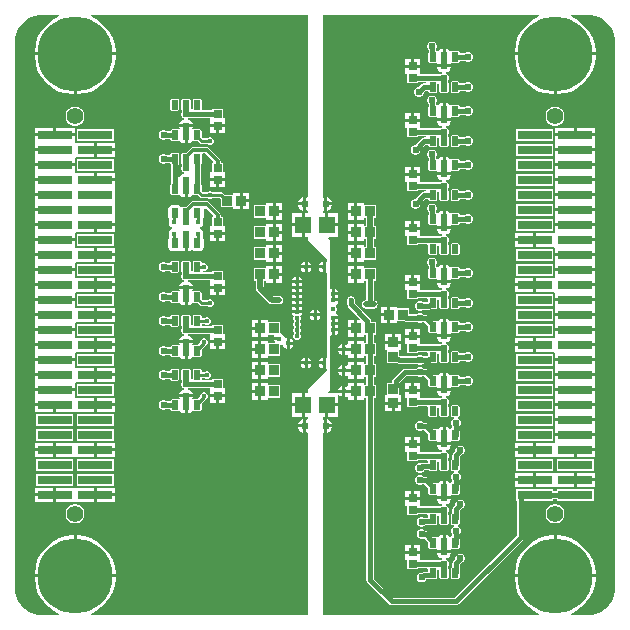
<source format=gbl>
G04*
G04 #@! TF.GenerationSoftware,Altium Limited,Altium Designer,21.6.4 (81)*
G04*
G04 Layer_Physical_Order=4*
G04 Layer_Color=16711680*
%FSLAX25Y25*%
%MOIN*%
G70*
G04*
G04 #@! TF.SameCoordinates,90030F59-7507-437C-A338-71E6985DC830*
G04*
G04*
G04 #@! TF.FilePolarity,Positive*
G04*
G01*
G75*
%ADD15C,0.02400*%
%ADD19C,0.01000*%
%ADD21C,0.01600*%
%ADD22C,0.05512*%
%ADD23C,0.01600*%
%ADD24C,0.25000*%
%ADD25R,0.05334X0.05756*%
G04:AMPARAMS|DCode=26|XSize=21.65mil|YSize=31.5mil|CornerRadius=1.95mil|HoleSize=0mil|Usage=FLASHONLY|Rotation=180.000|XOffset=0mil|YOffset=0mil|HoleType=Round|Shape=RoundedRectangle|*
%AMROUNDEDRECTD26*
21,1,0.02165,0.02760,0,0,180.0*
21,1,0.01776,0.03150,0,0,180.0*
1,1,0.00390,-0.00888,0.01380*
1,1,0.00390,0.00888,0.01380*
1,1,0.00390,0.00888,-0.01380*
1,1,0.00390,-0.00888,-0.01380*
%
%ADD26ROUNDEDRECTD26*%
%ADD27R,0.03394X0.03377*%
%ADD28R,0.03377X0.03394*%
%ADD29R,0.02835X0.02992*%
%ADD30R,0.11496X0.02913*%
%ADD31C,0.02000*%
%ADD32C,0.01200*%
G36*
X291000Y300000D02*
X291000Y300000D01*
X291886Y300000D01*
X293625Y299654D01*
X295263Y298976D01*
X296737Y297991D01*
X297991Y296737D01*
X298976Y295263D01*
X299654Y293625D01*
X300000Y291886D01*
X300000Y291000D01*
X300000Y109000D01*
X300000Y109000D01*
X300000Y108114D01*
X299654Y106375D01*
X298976Y104737D01*
X297991Y103263D01*
X296737Y102009D01*
X295263Y101024D01*
X293625Y100346D01*
X291886Y100000D01*
X291000Y100000D01*
X285260D01*
X285182Y100489D01*
X287075Y101454D01*
X288795Y102703D01*
X290297Y104205D01*
X291546Y105924D01*
X292511Y107818D01*
X293168Y109839D01*
X293500Y111937D01*
Y112500D01*
X266500D01*
Y111937D01*
X266832Y109839D01*
X267489Y107818D01*
X268454Y105924D01*
X269703Y104205D01*
X271205Y102703D01*
X272924Y101454D01*
X274818Y100489D01*
X274740Y100000D01*
X202500D01*
Y160583D01*
X202916Y160861D01*
X203000Y160826D01*
Y163000D01*
Y165174D01*
X202916Y165139D01*
X202500Y165417D01*
Y166122D01*
X203341D01*
Y170000D01*
X203841D01*
Y170500D01*
X207508D01*
Y173298D01*
X207846Y173431D01*
X208008Y173446D01*
X208480Y172974D01*
X209000Y172759D01*
Y174000D01*
X207468D01*
X207268Y173878D01*
X204532D01*
X204340Y174340D01*
X205000Y175000D01*
Y193016D01*
X205416Y193294D01*
X205500Y193259D01*
Y195000D01*
X206000D01*
Y195500D01*
X207741D01*
X207534Y196000D01*
X207741Y196500D01*
X206000D01*
Y197500D01*
X207741D01*
X207534Y198000D01*
X207741Y198500D01*
X206000D01*
Y199500D01*
X207741D01*
X207526Y200020D01*
X207020Y200526D01*
X206918Y200568D01*
X206899Y200602D01*
X206839Y201142D01*
X207017Y201320D01*
X207200Y201761D01*
Y202239D01*
X207017Y202680D01*
X206839Y202858D01*
X206899Y203398D01*
X206918Y203432D01*
X207020Y203474D01*
X207526Y203980D01*
X207741Y204500D01*
X206000D01*
Y205500D01*
X207741D01*
X207534Y206000D01*
X207741Y206500D01*
X206000D01*
Y207000D01*
X205500D01*
Y208741D01*
X205416Y208706D01*
X205000Y208984D01*
Y225000D01*
X204340Y225660D01*
X204532Y226122D01*
X207508D01*
Y229500D01*
X203841D01*
Y230000D01*
X203341D01*
Y233878D01*
X202500D01*
Y234583D01*
X202916Y234861D01*
X203000Y234826D01*
Y237000D01*
Y239174D01*
X202916Y239139D01*
X202500Y239417D01*
Y300000D01*
X274740D01*
X274818Y299511D01*
X272924Y298546D01*
X271205Y297297D01*
X269703Y295795D01*
X268454Y294075D01*
X267489Y292182D01*
X266832Y290161D01*
X266500Y288063D01*
Y287500D01*
X293500D01*
Y288063D01*
X293168Y290161D01*
X292511Y292182D01*
X291546Y294075D01*
X290297Y295795D01*
X288795Y297297D01*
X287075Y298546D01*
X285182Y299511D01*
X285260Y300000D01*
X291000D01*
X291000Y300000D01*
D02*
G37*
G36*
X197500Y239417D02*
X197084Y239139D01*
X197000Y239174D01*
Y237000D01*
Y234826D01*
X197084Y234861D01*
X197500Y234583D01*
Y233878D01*
X196659D01*
Y230000D01*
Y226122D01*
X197500D01*
Y225000D01*
X204000Y218500D01*
Y217984D01*
X203584Y217706D01*
X203500Y217741D01*
Y216000D01*
Y214259D01*
X203584Y214294D01*
X204000Y214016D01*
Y185984D01*
X203584Y185706D01*
X203500Y185741D01*
Y184000D01*
Y182259D01*
X203584Y182294D01*
X204000Y182016D01*
Y181500D01*
X197500Y175000D01*
Y173878D01*
X196659D01*
Y170000D01*
Y166122D01*
X197500D01*
Y165417D01*
X197084Y165139D01*
X197000Y165174D01*
Y163000D01*
Y160826D01*
X197084Y160861D01*
X197500Y160583D01*
Y100000D01*
X125260D01*
X125182Y100489D01*
X127076Y101454D01*
X128795Y102703D01*
X130297Y104205D01*
X131546Y105924D01*
X132511Y107818D01*
X133168Y109839D01*
X133500Y111937D01*
Y112500D01*
X106500D01*
Y111937D01*
X106832Y109839D01*
X107489Y107818D01*
X108454Y105924D01*
X109703Y104205D01*
X111205Y102703D01*
X112925Y101454D01*
X114818Y100489D01*
X114740Y100000D01*
X108114D01*
X106375Y100346D01*
X104737Y101024D01*
X103263Y102009D01*
X102009Y103263D01*
X101024Y104737D01*
X100346Y106375D01*
X100000Y108114D01*
Y109000D01*
Y291000D01*
X100000Y291886D01*
X100346Y293625D01*
X101024Y295263D01*
X102009Y296737D01*
X103263Y297991D01*
X104737Y298976D01*
X106375Y299654D01*
X108114Y300000D01*
X109000Y300000D01*
X114740D01*
X114818Y299511D01*
X112925Y298546D01*
X111205Y297297D01*
X109703Y295795D01*
X108454Y294075D01*
X107489Y292182D01*
X106832Y290161D01*
X106500Y288063D01*
Y287500D01*
X133500D01*
Y288063D01*
X133168Y290161D01*
X132511Y292182D01*
X131546Y294075D01*
X130297Y295795D01*
X128795Y297297D01*
X127076Y298546D01*
X125182Y299511D01*
X125260Y300000D01*
X197500Y300000D01*
Y239417D01*
D02*
G37*
%LPC*%
G36*
X239318Y291100D02*
X238682D01*
X238094Y290856D01*
X237644Y290406D01*
X237400Y289818D01*
Y289182D01*
X237644Y288594D01*
X237906Y288331D01*
Y287830D01*
X237728Y287400D01*
Y284640D01*
X237917Y284185D01*
X238372Y283996D01*
X240148D01*
X240484Y284135D01*
X240560Y284141D01*
X240951Y283802D01*
X240826Y283500D01*
X245174D01*
X245049Y283802D01*
X245440Y284141D01*
X245515Y284135D01*
X245852Y283996D01*
X247628D01*
X248083Y284185D01*
X248272Y284640D01*
Y284796D01*
X249941D01*
X250094Y284644D01*
X250682Y284400D01*
X251318D01*
X251906Y284644D01*
X252356Y285094D01*
X252600Y285682D01*
Y286318D01*
X252356Y286906D01*
X251906Y287356D01*
X251318Y287600D01*
X250682D01*
X250094Y287356D01*
X249980Y287243D01*
X248272D01*
Y287400D01*
X248083Y287855D01*
X247628Y288043D01*
X245852D01*
X245515Y287904D01*
X245295Y287887D01*
X244919Y288007D01*
X244749Y288261D01*
X244354Y288525D01*
X243888Y288618D01*
X243500D01*
Y286020D01*
X242500D01*
Y288618D01*
X242112D01*
X241646Y288525D01*
X241251Y288261D01*
X241081Y288007D01*
X240842Y287931D01*
X240463Y288136D01*
X240356Y288594D01*
X240600Y289182D01*
Y289818D01*
X240356Y290406D01*
X239906Y290856D01*
X239318Y291100D01*
D02*
G37*
G36*
X234917Y285425D02*
X233000D01*
Y283429D01*
X234917D01*
Y285425D01*
D02*
G37*
G36*
X232000D02*
X230083D01*
Y283429D01*
X232000D01*
Y285425D01*
D02*
G37*
G36*
X245174Y282500D02*
X240826D01*
X241135Y281754D01*
X241754Y281135D01*
X242210Y280946D01*
X242210Y280405D01*
X242094Y280356D01*
X241996Y280259D01*
X235345D01*
X234917Y280433D01*
Y282429D01*
X230083D01*
Y280433D01*
X230683D01*
Y277175D01*
X234317D01*
Y277812D01*
X237028D01*
X237328Y277312D01*
X237270Y277204D01*
X236262D01*
X235794Y277111D01*
X235397Y276846D01*
X234551Y276000D01*
X234364D01*
X233775Y275756D01*
X233325Y275306D01*
X233082Y274718D01*
Y274082D01*
X233325Y273494D01*
X233775Y273044D01*
X234364Y272800D01*
X235000D01*
X235588Y273044D01*
X236038Y273494D01*
X236282Y274082D01*
Y274270D01*
X236769Y274757D01*
X237728D01*
Y274600D01*
X237917Y274145D01*
X238372Y273956D01*
X240148D01*
X240603Y274145D01*
X240792Y274600D01*
Y277360D01*
X241024Y277397D01*
X241468Y276960D01*
Y274600D01*
X241657Y274145D01*
X242112Y273956D01*
X243888D01*
X244343Y274145D01*
X244532Y274600D01*
Y277360D01*
X244427Y277612D01*
Y278265D01*
X244600Y278682D01*
Y279318D01*
X244356Y279906D01*
X243906Y280356D01*
X243790Y280405D01*
X243790Y280946D01*
X244246Y281135D01*
X244865Y281754D01*
X245174Y282500D01*
D02*
G37*
G36*
X247628Y278004D02*
X245852D01*
X245397Y277816D01*
X245209Y277360D01*
Y274600D01*
X245397Y274145D01*
X245852Y273956D01*
X247628D01*
X248083Y274145D01*
X248272Y274600D01*
Y274757D01*
X249941D01*
X250094Y274604D01*
X250682Y274361D01*
X251318D01*
X251906Y274604D01*
X252356Y275054D01*
X252600Y275642D01*
Y276279D01*
X252356Y276867D01*
X251906Y277317D01*
X251318Y277561D01*
X250682D01*
X250094Y277317D01*
X249980Y277204D01*
X248272D01*
Y277360D01*
X248083Y277816D01*
X247628Y278004D01*
D02*
G37*
G36*
X293500Y286500D02*
X280500D01*
Y273500D01*
X281063D01*
X283161Y273832D01*
X285182Y274489D01*
X287075Y275454D01*
X288795Y276703D01*
X290297Y278205D01*
X291546Y279925D01*
X292511Y281818D01*
X293168Y283839D01*
X293500Y285938D01*
Y286500D01*
D02*
G37*
G36*
X279500D02*
X266500D01*
Y285938D01*
X266832Y283839D01*
X267489Y281818D01*
X268454Y279925D01*
X269703Y278205D01*
X271205Y276703D01*
X272924Y275454D01*
X274818Y274489D01*
X276839Y273832D01*
X278938Y273500D01*
X279500D01*
Y286500D01*
D02*
G37*
G36*
X239318Y273100D02*
X238682D01*
X238094Y272856D01*
X237644Y272406D01*
X237400Y271818D01*
Y271182D01*
X237644Y270594D01*
X237906Y270331D01*
Y269830D01*
X237728Y269400D01*
Y266640D01*
X237917Y266184D01*
X238372Y265996D01*
X240148D01*
X240484Y266135D01*
X240560Y266141D01*
X240951Y265802D01*
X240826Y265500D01*
X245174D01*
X245049Y265802D01*
X245440Y266141D01*
X245515Y266135D01*
X245852Y265996D01*
X247628D01*
X248083Y266184D01*
X248272Y266640D01*
Y266776D01*
X249961D01*
X250113Y266624D01*
X250701Y266380D01*
X251338D01*
X251926Y266624D01*
X252376Y267074D01*
X252620Y267662D01*
Y268299D01*
X252376Y268887D01*
X251926Y269337D01*
X251338Y269580D01*
X250701D01*
X250113Y269337D01*
X250000Y269223D01*
X248272D01*
Y269400D01*
X248083Y269855D01*
X247628Y270043D01*
X245852D01*
X245515Y269904D01*
X245295Y269887D01*
X244919Y270007D01*
X244749Y270261D01*
X244354Y270525D01*
X243888Y270618D01*
X243500D01*
Y268020D01*
X242500D01*
Y270618D01*
X242112D01*
X241646Y270525D01*
X241251Y270261D01*
X241081Y270007D01*
X240842Y269931D01*
X240463Y270136D01*
X240356Y270594D01*
X240600Y271182D01*
Y271818D01*
X240356Y272406D01*
X239906Y272856D01*
X239318Y273100D01*
D02*
G37*
G36*
X234917Y267425D02*
X233000D01*
Y265429D01*
X234917D01*
Y267425D01*
D02*
G37*
G36*
X232000D02*
X230083D01*
Y265429D01*
X232000D01*
Y267425D01*
D02*
G37*
G36*
X280416Y269408D02*
X279585D01*
X278782Y269193D01*
X278062Y268777D01*
X277475Y268190D01*
X277059Y267470D01*
X276844Y266668D01*
Y265837D01*
X277059Y265034D01*
X277475Y264314D01*
X278062Y263727D01*
X278782Y263311D01*
X279585Y263096D01*
X280416D01*
X281218Y263311D01*
X281938Y263727D01*
X282525Y264314D01*
X282941Y265034D01*
X283156Y265837D01*
Y266668D01*
X282941Y267470D01*
X282525Y268190D01*
X281938Y268777D01*
X281218Y269193D01*
X280416Y269408D01*
D02*
G37*
G36*
X245174Y264500D02*
X240826D01*
X241135Y263754D01*
X241754Y263135D01*
X242210Y262946D01*
X242210Y262405D01*
X242094Y262356D01*
X241996Y262259D01*
X235345D01*
X234917Y262433D01*
Y264429D01*
X230083D01*
Y262433D01*
X230683D01*
Y259175D01*
X234317D01*
Y259812D01*
X237017D01*
X237316Y259312D01*
X237264Y259214D01*
X236490D01*
X236022Y259120D01*
X235625Y258855D01*
X233370Y256600D01*
X233182D01*
X232594Y256356D01*
X232144Y255906D01*
X231900Y255318D01*
Y254682D01*
X232144Y254094D01*
X232594Y253644D01*
X233182Y253400D01*
X233818D01*
X234406Y253644D01*
X234856Y254094D01*
X235100Y254682D01*
Y254870D01*
X236997Y256767D01*
X237728D01*
Y256600D01*
X237917Y256145D01*
X238372Y255957D01*
X240148D01*
X240603Y256145D01*
X240792Y256600D01*
Y259360D01*
X241024Y259398D01*
X241468Y258960D01*
Y256600D01*
X241657Y256145D01*
X242112Y255957D01*
X243888D01*
X244343Y256145D01*
X244532Y256600D01*
Y259360D01*
X244427Y259612D01*
Y260265D01*
X244600Y260682D01*
Y261318D01*
X244356Y261906D01*
X243906Y262356D01*
X243790Y262405D01*
X243790Y262946D01*
X244246Y263135D01*
X244865Y263754D01*
X245174Y264500D01*
D02*
G37*
G36*
X293496Y262456D02*
X287248D01*
Y260500D01*
X293496D01*
Y262456D01*
D02*
G37*
G36*
X286248D02*
X280000D01*
Y260500D01*
X286248D01*
Y262456D01*
D02*
G37*
G36*
X269000Y261880D02*
X268882Y261857D01*
X267104D01*
Y258143D01*
X279400D01*
Y261857D01*
X269118D01*
X269000Y261880D01*
D02*
G37*
G36*
X247628Y260004D02*
X245852D01*
X245397Y259816D01*
X245209Y259360D01*
Y256600D01*
X245397Y256145D01*
X245852Y255957D01*
X247628D01*
X248083Y256145D01*
X248272Y256600D01*
Y256747D01*
X249951D01*
X250094Y256604D01*
X250682Y256361D01*
X251318D01*
X251906Y256604D01*
X252356Y257054D01*
X252600Y257642D01*
Y258279D01*
X252356Y258867D01*
X251906Y259317D01*
X251318Y259561D01*
X250682D01*
X250094Y259317D01*
X249971Y259194D01*
X248272D01*
Y259360D01*
X248083Y259816D01*
X247628Y260004D01*
D02*
G37*
G36*
X293496Y259500D02*
X286748D01*
X280000D01*
Y257957D01*
X280000Y257543D01*
X280000Y257044D01*
Y255500D01*
X286748D01*
X293496D01*
Y257044D01*
X293496Y257456D01*
X293496Y257957D01*
Y259500D01*
D02*
G37*
G36*
X279400Y256856D02*
X267104D01*
Y253144D01*
X279400D01*
Y256856D01*
D02*
G37*
G36*
X293496Y254500D02*
X286748D01*
X280000D01*
Y252957D01*
X280000Y252543D01*
X280000Y252044D01*
Y250500D01*
X286748D01*
X293496D01*
Y252044D01*
X293496Y252456D01*
X293496Y252957D01*
Y254500D01*
D02*
G37*
G36*
X239318Y255100D02*
X238682D01*
X238094Y254856D01*
X237644Y254406D01*
X237400Y253818D01*
Y253182D01*
X237644Y252594D01*
X237906Y252331D01*
Y251830D01*
X237728Y251400D01*
Y248640D01*
X237917Y248184D01*
X238372Y247996D01*
X240148D01*
X240484Y248135D01*
X240560Y248141D01*
X240951Y247802D01*
X240826Y247500D01*
X245174D01*
X245049Y247802D01*
X245440Y248141D01*
X245515Y248135D01*
X245852Y247996D01*
X247628D01*
X248083Y248184D01*
X248272Y248640D01*
Y248796D01*
X249941D01*
X250094Y248644D01*
X250682Y248400D01*
X251318D01*
X251906Y248644D01*
X252356Y249094D01*
X252600Y249682D01*
Y250318D01*
X252356Y250906D01*
X251906Y251356D01*
X251318Y251600D01*
X250682D01*
X250094Y251356D01*
X249980Y251243D01*
X248272D01*
Y251400D01*
X248083Y251855D01*
X247628Y252044D01*
X245852D01*
X245515Y251904D01*
X245295Y251887D01*
X244919Y252007D01*
X244749Y252261D01*
X244354Y252525D01*
X243888Y252618D01*
X243500D01*
Y250020D01*
X242500D01*
Y252618D01*
X242112D01*
X241646Y252525D01*
X241251Y252261D01*
X241081Y252007D01*
X240842Y251931D01*
X240463Y252136D01*
X240356Y252594D01*
X240600Y253182D01*
Y253818D01*
X240356Y254406D01*
X239906Y254856D01*
X239318Y255100D01*
D02*
G37*
G36*
X279400Y251856D02*
X267104D01*
Y248144D01*
X279400D01*
Y251856D01*
D02*
G37*
G36*
X234917Y249425D02*
X233000D01*
Y247429D01*
X234917D01*
Y249425D01*
D02*
G37*
G36*
X232000D02*
X230083D01*
Y247429D01*
X232000D01*
Y249425D01*
D02*
G37*
G36*
X293496Y249500D02*
X286748D01*
X280000D01*
Y247956D01*
X280000Y247544D01*
X280000Y247043D01*
Y245500D01*
X286748D01*
X293496D01*
Y247043D01*
X293496Y247457D01*
X293496Y247956D01*
Y249500D01*
D02*
G37*
G36*
X245174Y246500D02*
X240826D01*
X241135Y245754D01*
X241754Y245135D01*
X242210Y244946D01*
X242210Y244405D01*
X242094Y244356D01*
X241996Y244259D01*
X235345D01*
X234917Y244433D01*
Y246429D01*
X230083D01*
Y244433D01*
X230683D01*
Y241175D01*
X234317D01*
Y241812D01*
X237017D01*
X237316Y241312D01*
X237264Y241214D01*
X236490D01*
X236022Y241121D01*
X235625Y240855D01*
X233370Y238600D01*
X233182D01*
X232594Y238356D01*
X232144Y237906D01*
X231900Y237318D01*
Y236682D01*
X232144Y236094D01*
X232594Y235644D01*
X233182Y235400D01*
X233818D01*
X234406Y235644D01*
X234856Y236094D01*
X235100Y236682D01*
Y236870D01*
X236997Y238767D01*
X237728D01*
Y238600D01*
X237917Y238145D01*
X238372Y237957D01*
X240148D01*
X240603Y238145D01*
X240792Y238600D01*
Y241360D01*
X241024Y241398D01*
X241468Y240960D01*
Y238600D01*
X241657Y238145D01*
X242112Y237957D01*
X243888D01*
X244343Y238145D01*
X244532Y238600D01*
Y241360D01*
X244427Y241612D01*
Y242265D01*
X244600Y242682D01*
Y243318D01*
X244356Y243906D01*
X243906Y244356D01*
X243790Y244405D01*
X243790Y244946D01*
X244246Y245135D01*
X244865Y245754D01*
X245174Y246500D01*
D02*
G37*
G36*
X279400Y246856D02*
X267104D01*
Y243144D01*
X279400D01*
Y246856D01*
D02*
G37*
G36*
X293496Y244500D02*
X286748D01*
X280000D01*
Y242956D01*
X280000Y242544D01*
X280000Y242043D01*
Y240500D01*
X286748D01*
X293496D01*
Y242043D01*
X293496Y242457D01*
X293496Y242956D01*
Y244500D01*
D02*
G37*
G36*
X247628Y242004D02*
X245852D01*
X245397Y241815D01*
X245209Y241360D01*
Y238600D01*
X245397Y238145D01*
X245852Y237957D01*
X247628D01*
X248083Y238145D01*
X248272Y238600D01*
Y238757D01*
X249941D01*
X250094Y238604D01*
X250682Y238361D01*
X251318D01*
X251906Y238604D01*
X252356Y239054D01*
X252600Y239642D01*
Y240279D01*
X252356Y240867D01*
X251906Y241317D01*
X251318Y241561D01*
X250682D01*
X250094Y241317D01*
X249980Y241204D01*
X248272D01*
Y241360D01*
X248083Y241815D01*
X247628Y242004D01*
D02*
G37*
G36*
X279400Y241857D02*
X267104D01*
Y238143D01*
X279400D01*
Y241857D01*
D02*
G37*
G36*
X204000Y239174D02*
Y237500D01*
X205674D01*
X205365Y238246D01*
X204746Y238865D01*
X204000Y239174D01*
D02*
G37*
G36*
X293496Y239500D02*
X286748D01*
X280000D01*
Y237957D01*
X280000Y237544D01*
X280000Y237043D01*
Y235500D01*
X286748D01*
X293496D01*
Y237043D01*
X293496Y237456D01*
X293496Y237957D01*
Y239500D01*
D02*
G37*
G36*
X213129Y237197D02*
X210941D01*
Y235000D01*
X213129D01*
Y237197D01*
D02*
G37*
G36*
X205674Y236500D02*
X204000D01*
Y234826D01*
X204746Y235135D01*
X205365Y235754D01*
X205674Y236500D01*
D02*
G37*
G36*
X279400Y236857D02*
X267104D01*
Y233143D01*
X279400D01*
Y236857D01*
D02*
G37*
G36*
X213129Y234000D02*
X210941D01*
Y231803D01*
X213129D01*
Y234000D01*
D02*
G37*
G36*
X207508Y233878D02*
X204341D01*
Y230500D01*
X207508D01*
Y233878D01*
D02*
G37*
G36*
X293496Y234500D02*
X286748D01*
X280000D01*
Y232957D01*
X280000Y232543D01*
X280000Y232044D01*
Y230500D01*
X286748D01*
X293496D01*
Y232044D01*
X293496Y232456D01*
X293496Y232957D01*
Y234500D01*
D02*
G37*
G36*
X239318Y237100D02*
X238682D01*
X238094Y236856D01*
X237644Y236406D01*
X237400Y235818D01*
Y235182D01*
X237644Y234594D01*
X237906Y234331D01*
Y233830D01*
X237728Y233400D01*
Y230640D01*
X237917Y230185D01*
X238372Y229996D01*
X240148D01*
X240484Y230135D01*
X240560Y230141D01*
X240951Y229802D01*
X240826Y229500D01*
X245174D01*
X245049Y229802D01*
X245440Y230141D01*
X245515Y230135D01*
X245852Y229996D01*
X247628D01*
X248083Y230185D01*
X248272Y230640D01*
Y230796D01*
X249941D01*
X250094Y230644D01*
X250682Y230400D01*
X251318D01*
X251906Y230644D01*
X252356Y231094D01*
X252600Y231682D01*
Y232318D01*
X252356Y232906D01*
X251906Y233356D01*
X251318Y233600D01*
X250682D01*
X250094Y233356D01*
X249980Y233243D01*
X248272D01*
Y233400D01*
X248083Y233855D01*
X247628Y234044D01*
X245852D01*
X245515Y233904D01*
X245295Y233887D01*
X244919Y234007D01*
X244749Y234261D01*
X244354Y234525D01*
X243888Y234618D01*
X243500D01*
Y232020D01*
X242500D01*
Y234618D01*
X242112D01*
X241646Y234525D01*
X241251Y234261D01*
X241081Y234007D01*
X240842Y233931D01*
X240463Y234136D01*
X240356Y234594D01*
X240600Y235182D01*
Y235818D01*
X240356Y236406D01*
X239906Y236856D01*
X239318Y237100D01*
D02*
G37*
G36*
X216318Y237197D02*
X214129D01*
Y234500D01*
Y231803D01*
X216318D01*
Y232403D01*
X216943D01*
Y229597D01*
X216318D01*
Y230197D01*
X214129D01*
Y227500D01*
Y224803D01*
X216318D01*
Y225403D01*
X216943D01*
Y222597D01*
X216318D01*
Y223197D01*
X214129D01*
Y220500D01*
Y217803D01*
X216318D01*
Y218403D01*
X220459D01*
Y222597D01*
X219798D01*
Y225403D01*
X220459D01*
Y229597D01*
X219798D01*
Y232403D01*
X220459D01*
Y236597D01*
X216318D01*
Y237197D01*
D02*
G37*
G36*
X234917Y231425D02*
X233000D01*
Y229429D01*
X234917D01*
Y231425D01*
D02*
G37*
G36*
X232000D02*
X230083D01*
Y229429D01*
X232000D01*
Y231425D01*
D02*
G37*
G36*
X279400Y231856D02*
X267104D01*
Y228144D01*
X279400D01*
Y231856D01*
D02*
G37*
G36*
X213129Y230197D02*
X210941D01*
Y228000D01*
X213129D01*
Y230197D01*
D02*
G37*
G36*
X245174Y228500D02*
X240826D01*
X241135Y227754D01*
X241754Y227135D01*
X242210Y226946D01*
X242210Y226405D01*
X242094Y226356D01*
X241996Y226259D01*
X235345D01*
X234917Y226433D01*
Y228429D01*
X230083D01*
Y226433D01*
X230683D01*
Y223175D01*
X234317D01*
Y223812D01*
X237465D01*
X237743Y223396D01*
X237728Y223360D01*
Y220600D01*
X237917Y220145D01*
X238372Y219956D01*
X240148D01*
X240603Y220145D01*
X240792Y220600D01*
Y223360D01*
X241024Y223397D01*
X241468Y222960D01*
Y220600D01*
X241657Y220145D01*
X242112Y219956D01*
X243888D01*
X244343Y220145D01*
X244532Y220600D01*
Y223360D01*
X244427Y223612D01*
Y224265D01*
X244600Y224682D01*
Y225318D01*
X244356Y225906D01*
X243906Y226356D01*
X243790Y226405D01*
X243790Y226946D01*
X244246Y227135D01*
X244865Y227754D01*
X245174Y228500D01*
D02*
G37*
G36*
X272752Y227456D02*
X266504D01*
Y225500D01*
X272752D01*
Y227456D01*
D02*
G37*
G36*
X213129Y227000D02*
X210941D01*
Y224803D01*
X213129D01*
Y227000D01*
D02*
G37*
G36*
X272752Y224500D02*
X266504D01*
Y222544D01*
X272752D01*
Y224500D01*
D02*
G37*
G36*
X213129Y223197D02*
X210941D01*
Y221000D01*
X213129D01*
Y223197D01*
D02*
G37*
G36*
X293496Y229500D02*
X286748D01*
X280000D01*
X280000Y227543D01*
X279536Y227456D01*
X273752D01*
Y225000D01*
Y222544D01*
X279536D01*
X280000Y222457D01*
X280000Y222043D01*
Y220500D01*
X286748D01*
X293496D01*
Y222043D01*
X293496Y222457D01*
X293496Y222956D01*
Y224500D01*
X286748D01*
Y225500D01*
X293496D01*
Y227044D01*
X293496Y227456D01*
X293496Y227957D01*
Y229500D01*
D02*
G37*
G36*
X247628Y224004D02*
X245852D01*
X245397Y223815D01*
X245209Y223360D01*
Y220600D01*
X245397Y220145D01*
X245852Y219956D01*
X247628D01*
X248083Y220145D01*
X248272Y220600D01*
Y223360D01*
X248083Y223815D01*
X247628Y224004D01*
D02*
G37*
G36*
X279400Y221856D02*
X267104D01*
Y218144D01*
X279400D01*
Y221856D01*
D02*
G37*
G36*
X213129Y220000D02*
X210941D01*
Y217803D01*
X213129D01*
Y220000D01*
D02*
G37*
G36*
X293496Y219500D02*
X286748D01*
X280000D01*
Y217956D01*
X280000Y217544D01*
X280000Y217043D01*
Y215500D01*
X286748D01*
X293496D01*
Y217043D01*
X293496Y217457D01*
X293496Y217956D01*
Y219500D01*
D02*
G37*
G36*
X213129Y216197D02*
X210941D01*
Y214000D01*
X213129D01*
Y216197D01*
D02*
G37*
G36*
X279400Y216857D02*
X267104D01*
Y213143D01*
X279400D01*
Y216857D01*
D02*
G37*
G36*
X239318Y219100D02*
X238682D01*
X238094Y218856D01*
X237644Y218406D01*
X237400Y217818D01*
Y217182D01*
X237644Y216594D01*
X237906Y216331D01*
Y215830D01*
X237728Y215400D01*
Y212640D01*
X237917Y212185D01*
X238372Y211996D01*
X240148D01*
X240484Y212135D01*
X240560Y212141D01*
X240951Y211802D01*
X240826Y211500D01*
X245174D01*
X245049Y211802D01*
X245440Y212141D01*
X245515Y212135D01*
X245852Y211996D01*
X247628D01*
X248083Y212185D01*
X248272Y212640D01*
Y212796D01*
X249941D01*
X250094Y212644D01*
X250682Y212400D01*
X251318D01*
X251906Y212644D01*
X252356Y213094D01*
X252600Y213682D01*
Y214318D01*
X252356Y214906D01*
X251906Y215356D01*
X251318Y215600D01*
X250682D01*
X250094Y215356D01*
X249980Y215243D01*
X248272D01*
Y215400D01*
X248083Y215855D01*
X247628Y216043D01*
X245852D01*
X245515Y215904D01*
X245295Y215887D01*
X244919Y216007D01*
X244749Y216261D01*
X244354Y216525D01*
X243888Y216618D01*
X243500D01*
Y214020D01*
X242500D01*
Y216618D01*
X242112D01*
X241646Y216525D01*
X241251Y216261D01*
X241081Y216007D01*
X240842Y215931D01*
X240463Y216136D01*
X240356Y216594D01*
X240600Y217182D01*
Y217818D01*
X240356Y218406D01*
X239906Y218856D01*
X239318Y219100D01*
D02*
G37*
G36*
X234917Y213425D02*
X233000D01*
Y211429D01*
X234917D01*
Y213425D01*
D02*
G37*
G36*
X232000D02*
X230083D01*
Y211429D01*
X232000D01*
Y213425D01*
D02*
G37*
G36*
X213129Y213000D02*
X210941D01*
Y210803D01*
X213129D01*
Y213000D01*
D02*
G37*
G36*
X272752Y212456D02*
X266504D01*
Y210500D01*
X272752D01*
Y212456D01*
D02*
G37*
G36*
X245174Y210500D02*
X240826D01*
X241135Y209754D01*
X241754Y209135D01*
X242210Y208946D01*
X242210Y208405D01*
X242094Y208356D01*
X241996Y208259D01*
X235345D01*
X234917Y208433D01*
Y210429D01*
X230083D01*
Y208433D01*
X230683D01*
Y205175D01*
X234317D01*
Y205812D01*
X237465D01*
X237743Y205396D01*
X237728Y205360D01*
Y204303D01*
X237609Y204223D01*
X236039D01*
X235906Y204356D01*
X235318Y204600D01*
X234682D01*
X234094Y204356D01*
X233644Y203906D01*
X233400Y203318D01*
Y202682D01*
X233644Y202094D01*
X234094Y201644D01*
X234682Y201400D01*
X235318D01*
X235906Y201644D01*
X236039Y201777D01*
X238040D01*
X238508Y201870D01*
X238638Y201957D01*
X240148D01*
X240603Y202145D01*
X240792Y202600D01*
Y205360D01*
X241024Y205398D01*
X241468Y204960D01*
Y202600D01*
X241657Y202145D01*
X242112Y201957D01*
X243888D01*
X244343Y202145D01*
X244532Y202600D01*
Y205360D01*
X244427Y205612D01*
Y206265D01*
X244600Y206682D01*
Y207318D01*
X244356Y207906D01*
X243906Y208356D01*
X243790Y208405D01*
X243790Y208946D01*
X244246Y209135D01*
X244865Y209754D01*
X245174Y210500D01*
D02*
G37*
G36*
X272752Y209500D02*
X266504D01*
Y207543D01*
X272752D01*
Y209500D01*
D02*
G37*
G36*
X206500Y208741D02*
Y207500D01*
X207741D01*
X207526Y208020D01*
X207020Y208526D01*
X206500Y208741D01*
D02*
G37*
G36*
X293496Y214500D02*
X286748D01*
X280000D01*
X280000Y212544D01*
X279536Y212456D01*
X273752D01*
Y210000D01*
Y207543D01*
X279536D01*
X280000Y207456D01*
X280000Y207044D01*
Y205500D01*
X286748D01*
X293496D01*
Y207044D01*
X293496Y207456D01*
X293496Y207957D01*
Y209500D01*
X286748D01*
Y210500D01*
X293496D01*
Y212043D01*
X293496Y212456D01*
X293496Y212957D01*
Y214500D01*
D02*
G37*
G36*
X279400Y206856D02*
X267104D01*
Y203144D01*
X279400D01*
Y206856D01*
D02*
G37*
G36*
X247628Y206004D02*
X245852D01*
X245397Y205816D01*
X245209Y205360D01*
Y202600D01*
X245397Y202145D01*
X245852Y201957D01*
X247628D01*
X248083Y202145D01*
X248272Y202600D01*
Y202757D01*
X249941D01*
X250094Y202604D01*
X250682Y202361D01*
X251318D01*
X251906Y202604D01*
X252356Y203054D01*
X252600Y203642D01*
Y204279D01*
X252356Y204867D01*
X251906Y205317D01*
X251318Y205561D01*
X250682D01*
X250094Y205317D01*
X249980Y205204D01*
X248272D01*
Y205360D01*
X248083Y205816D01*
X247628Y206004D01*
D02*
G37*
G36*
X216318Y216197D02*
X214129D01*
Y213500D01*
Y210803D01*
X216318D01*
Y211403D01*
X217147D01*
Y204927D01*
X217000D01*
X216454Y204819D01*
X215991Y204509D01*
X215681Y204046D01*
X215573Y203500D01*
X215681Y202954D01*
X215991Y202491D01*
X216454Y202181D01*
X217000Y202073D01*
X219500D01*
X220046Y202181D01*
X220509Y202491D01*
X220819Y202954D01*
X220927Y203500D01*
X220819Y204046D01*
X220509Y204509D01*
X220046Y204819D01*
X219594Y204909D01*
Y211403D01*
X220459D01*
Y215597D01*
X216318D01*
Y216197D01*
D02*
G37*
G36*
X224029Y202797D02*
X221841D01*
Y200600D01*
X224029D01*
Y202797D01*
D02*
G37*
G36*
X293496Y204500D02*
X286748D01*
X280000D01*
Y202957D01*
X280000Y202543D01*
X280000Y202044D01*
Y200500D01*
X286748D01*
X293496D01*
Y202044D01*
X293496Y202456D01*
X293496Y202957D01*
Y204500D01*
D02*
G37*
G36*
X279400Y201856D02*
X267104D01*
Y198143D01*
X279400D01*
Y201856D01*
D02*
G37*
G36*
X224029Y199600D02*
X221841D01*
Y197403D01*
X224029D01*
Y199600D01*
D02*
G37*
G36*
X213129Y198197D02*
X210941D01*
Y196000D01*
X213129D01*
Y198197D01*
D02*
G37*
G36*
X293496Y199500D02*
X286748D01*
X280000D01*
Y197957D01*
X280000Y197544D01*
X280000Y197044D01*
Y195500D01*
X286748D01*
X293496D01*
Y197044D01*
X293496Y197457D01*
X293496Y197957D01*
Y199500D01*
D02*
G37*
G36*
X227218Y202797D02*
X225029D01*
Y200100D01*
Y197403D01*
X227218D01*
Y198003D01*
X229703D01*
X229903Y197870D01*
X230371Y197776D01*
X233961D01*
X234094Y197644D01*
X234682Y197400D01*
X235318D01*
X235858Y197623D01*
X236418D01*
X237728Y196313D01*
Y194640D01*
X237917Y194185D01*
X238372Y193996D01*
X240148D01*
X240484Y194135D01*
X240560Y194141D01*
X240951Y193802D01*
X240826Y193500D01*
X245174D01*
X245049Y193802D01*
X245440Y194141D01*
X245515Y194135D01*
X245852Y193996D01*
X247628D01*
X248083Y194185D01*
X248272Y194640D01*
Y194796D01*
X249941D01*
X250094Y194644D01*
X250682Y194400D01*
X251318D01*
X251906Y194644D01*
X252356Y195094D01*
X252600Y195682D01*
Y196318D01*
X252356Y196906D01*
X251906Y197356D01*
X251318Y197600D01*
X250682D01*
X250094Y197356D01*
X249980Y197243D01*
X248272D01*
Y197400D01*
X248083Y197855D01*
X247628Y198044D01*
X245852D01*
X245515Y197904D01*
X245295Y197887D01*
X244919Y198007D01*
X244749Y198261D01*
X244354Y198525D01*
X243888Y198618D01*
X243500D01*
Y196020D01*
X242500D01*
Y198618D01*
X242112D01*
X241646Y198525D01*
X241251Y198261D01*
X241081Y198007D01*
X240705Y197887D01*
X240484Y197904D01*
X240148Y198044D01*
X239458D01*
X237790Y199712D01*
X237393Y199977D01*
X236925Y200070D01*
X236192D01*
X235906Y200356D01*
X235318Y200600D01*
X234682D01*
X234094Y200356D01*
X233961Y200223D01*
X231359D01*
Y202197D01*
X227218D01*
Y202797D01*
D02*
G37*
G36*
X234917Y195425D02*
X233000D01*
Y193429D01*
X234917D01*
Y195425D01*
D02*
G37*
G36*
X232000D02*
X230083D01*
Y193429D01*
X232000D01*
Y195425D01*
D02*
G37*
G36*
X207741Y194500D02*
X206500D01*
Y193259D01*
X207020Y193474D01*
X207526Y193980D01*
X207741Y194500D01*
D02*
G37*
G36*
X279400Y196856D02*
X267104D01*
Y193143D01*
X279400D01*
Y196856D01*
D02*
G37*
G36*
X213129Y195000D02*
X210941D01*
Y192803D01*
X213129D01*
Y195000D01*
D02*
G37*
G36*
X228697Y193559D02*
X226500D01*
Y191371D01*
X228697D01*
Y193559D01*
D02*
G37*
G36*
X225500D02*
X223303D01*
Y191371D01*
X225500D01*
Y193559D01*
D02*
G37*
G36*
X212000Y206224D02*
X211882Y206200D01*
X211761D01*
X211650Y206154D01*
X211532Y206130D01*
X211432Y206063D01*
X211320Y206017D01*
X211235Y205932D01*
X211135Y205865D01*
X211068Y205765D01*
X210983Y205680D01*
X210937Y205568D01*
X210870Y205468D01*
X210846Y205350D01*
X210800Y205239D01*
Y205118D01*
X210776Y205000D01*
Y203500D01*
X210870Y203032D01*
X211135Y202635D01*
X215111Y198659D01*
X214919Y198197D01*
X214129D01*
Y195500D01*
Y192803D01*
X216318D01*
Y193403D01*
X217147D01*
Y190597D01*
X216318D01*
Y191197D01*
X214129D01*
Y188500D01*
Y185803D01*
X216318D01*
Y186403D01*
X217147D01*
Y183597D01*
X216318D01*
Y184197D01*
X214129D01*
Y181500D01*
Y178803D01*
X216318D01*
Y179403D01*
X217147D01*
Y176597D01*
X216318D01*
Y177197D01*
X214129D01*
Y174500D01*
Y171803D01*
X216318D01*
Y172403D01*
X217147D01*
Y111629D01*
X217240Y111161D01*
X217506Y110764D01*
X224635Y103635D01*
X225032Y103370D01*
X225500Y103277D01*
X247000D01*
X247468Y103370D01*
X247865Y103635D01*
X269365Y125135D01*
X269630Y125532D01*
X269724Y126000D01*
Y138144D01*
X279400D01*
Y138777D01*
X280600D01*
Y138144D01*
X292896D01*
Y141857D01*
X280600D01*
Y141224D01*
X279400D01*
Y141857D01*
X267104D01*
Y138144D01*
X267277D01*
Y126507D01*
X246493Y105724D01*
X226007D01*
X219594Y112136D01*
Y172403D01*
X220459D01*
Y176597D01*
X219594D01*
Y179403D01*
X220459D01*
Y183597D01*
X219594D01*
Y186403D01*
X220459D01*
Y190597D01*
X219594D01*
Y193403D01*
X220459D01*
Y197597D01*
X218706D01*
Y198018D01*
X218613Y198486D01*
X218347Y198883D01*
X213224Y204007D01*
Y205000D01*
X213200Y205118D01*
Y205239D01*
X213154Y205350D01*
X213130Y205468D01*
X213063Y205568D01*
X213017Y205680D01*
X212932Y205765D01*
X212865Y205865D01*
X212765Y205932D01*
X212680Y206017D01*
X212568Y206063D01*
X212468Y206130D01*
X212350Y206154D01*
X212239Y206200D01*
X212118D01*
X212000Y206224D01*
D02*
G37*
G36*
X272752Y192456D02*
X266504D01*
Y190500D01*
X272752D01*
Y192456D01*
D02*
G37*
G36*
X245174Y192500D02*
X240826D01*
X241135Y191754D01*
X241754Y191135D01*
X242210Y190946D01*
X242210Y190405D01*
X242094Y190356D01*
X241996Y190259D01*
X235345D01*
X234917Y190433D01*
Y192429D01*
X230083D01*
Y190433D01*
X230683D01*
Y187175D01*
X234317D01*
Y187812D01*
X237465D01*
X237743Y187396D01*
X237728Y187360D01*
Y186377D01*
X235858D01*
X235318Y186600D01*
X234682D01*
X234094Y186356D01*
X233961Y186223D01*
X228283D01*
X228097Y186347D01*
Y188182D01*
X228697D01*
Y190371D01*
X226000D01*
X223303D01*
Y188182D01*
X223903D01*
Y184041D01*
X226770D01*
X226888Y184017D01*
X227145D01*
X227366Y183870D01*
X227834Y183776D01*
X233961D01*
X234094Y183644D01*
X234682Y183400D01*
X235318D01*
X235906Y183644D01*
X236192Y183930D01*
X238078D01*
X238321Y183978D01*
X238372Y183957D01*
X240148D01*
X240603Y184145D01*
X240792Y184600D01*
Y187360D01*
X241024Y187398D01*
X241468Y186960D01*
Y184600D01*
X241657Y184145D01*
X242112Y183957D01*
X243888D01*
X244343Y184145D01*
X244532Y184600D01*
Y187360D01*
X244427Y187612D01*
Y188265D01*
X244600Y188682D01*
Y189318D01*
X244356Y189906D01*
X243906Y190356D01*
X243790Y190405D01*
X243790Y190946D01*
X244246Y191135D01*
X244865Y191754D01*
X245174Y192500D01*
D02*
G37*
G36*
X213129Y191197D02*
X210941D01*
Y190258D01*
X210441Y190059D01*
X210000Y190241D01*
Y188500D01*
Y186759D01*
X210441Y186941D01*
X210941Y186742D01*
Y185803D01*
X213129D01*
Y188500D01*
Y191197D01*
D02*
G37*
G36*
X209000Y190241D02*
X208480Y190026D01*
X207974Y189520D01*
X207759Y189000D01*
X209000D01*
Y190241D01*
D02*
G37*
G36*
X272752Y189500D02*
X266504D01*
Y187543D01*
X272752D01*
Y189500D01*
D02*
G37*
G36*
X209000Y188000D02*
X207759D01*
X207974Y187480D01*
X208480Y186974D01*
X209000Y186759D01*
Y188000D01*
D02*
G37*
G36*
X293496Y194500D02*
X286748D01*
X280000D01*
X280000Y192543D01*
X279536Y192456D01*
X273752D01*
Y190000D01*
Y187543D01*
X279536D01*
X280000Y187457D01*
X280000Y187043D01*
Y185500D01*
X286748D01*
X293496D01*
Y187043D01*
X293496Y187457D01*
X293496Y187957D01*
Y189500D01*
X286748D01*
Y190500D01*
X293496D01*
Y192043D01*
X293496Y192456D01*
X293496Y192956D01*
Y194500D01*
D02*
G37*
G36*
X247628Y188004D02*
X245852D01*
X245397Y187815D01*
X245209Y187360D01*
Y184600D01*
X245397Y184145D01*
X245852Y183957D01*
X247628D01*
X248083Y184145D01*
X248272Y184600D01*
Y184757D01*
X249941D01*
X250094Y184604D01*
X250682Y184361D01*
X251318D01*
X251906Y184604D01*
X252356Y185054D01*
X252600Y185642D01*
Y186279D01*
X252356Y186867D01*
X251906Y187317D01*
X251318Y187561D01*
X250682D01*
X250094Y187317D01*
X249980Y187204D01*
X248272D01*
Y187360D01*
X248083Y187815D01*
X247628Y188004D01*
D02*
G37*
G36*
X279400Y186856D02*
X267104D01*
Y183143D01*
X279400D01*
Y186856D01*
D02*
G37*
G36*
X213129Y184197D02*
X210941D01*
Y183258D01*
X210441Y183059D01*
X210000Y183241D01*
Y181500D01*
Y179759D01*
X210441Y179941D01*
X210941Y179742D01*
Y178803D01*
X213129D01*
Y181500D01*
Y184197D01*
D02*
G37*
G36*
X209000Y183241D02*
X208480Y183026D01*
X207974Y182520D01*
X207759Y182000D01*
X209000D01*
Y183241D01*
D02*
G37*
G36*
X293496Y184500D02*
X286748D01*
X280000D01*
Y182957D01*
X280000Y182544D01*
X280000Y182044D01*
Y180500D01*
X286748D01*
X293496D01*
Y182044D01*
X293496Y182457D01*
X293496Y182957D01*
Y184500D01*
D02*
G37*
G36*
X209000Y181000D02*
X207759D01*
X207974Y180480D01*
X208480Y179974D01*
X209000Y179759D01*
Y181000D01*
D02*
G37*
G36*
X279400Y181857D02*
X267104D01*
Y178144D01*
X279400D01*
Y181857D01*
D02*
G37*
G36*
X235318Y182600D02*
X234682D01*
X234094Y182356D01*
X233808Y182070D01*
X229847D01*
X229379Y181977D01*
X228982Y181712D01*
X226032Y178762D01*
X225767Y178365D01*
X225674Y177897D01*
Y177459D01*
X223903D01*
Y173318D01*
X223303D01*
Y171129D01*
X226000D01*
X228697D01*
Y173318D01*
X228097D01*
Y176141D01*
X228121Y176259D01*
Y177390D01*
X230354Y179623D01*
X234142D01*
X234682Y179400D01*
X235318D01*
X235858Y179623D01*
X236418D01*
X237728Y178313D01*
Y176640D01*
X237917Y176184D01*
X238372Y175996D01*
X240148D01*
X240484Y176135D01*
X240560Y176141D01*
X240951Y175802D01*
X240826Y175500D01*
X245174D01*
X245049Y175802D01*
X245440Y176141D01*
X245515Y176135D01*
X245852Y175996D01*
X247628D01*
X248083Y176184D01*
X248272Y176640D01*
Y176796D01*
X249941D01*
X250094Y176644D01*
X250682Y176400D01*
X251318D01*
X251906Y176644D01*
X252356Y177094D01*
X252600Y177682D01*
Y178318D01*
X252356Y178906D01*
X251906Y179356D01*
X251318Y179600D01*
X250682D01*
X250094Y179356D01*
X249980Y179243D01*
X248272D01*
Y179400D01*
X248083Y179855D01*
X247628Y180043D01*
X245852D01*
X245515Y179904D01*
X245295Y179887D01*
X244919Y180007D01*
X244749Y180261D01*
X244354Y180525D01*
X243888Y180618D01*
X243500D01*
Y178020D01*
X242500D01*
Y180618D01*
X242112D01*
X241646Y180525D01*
X241251Y180261D01*
X241081Y180007D01*
X240705Y179887D01*
X240484Y179904D01*
X240148Y180043D01*
X239458D01*
X237790Y181712D01*
X237393Y181977D01*
X236925Y182070D01*
X236192D01*
X235906Y182356D01*
X235318Y182600D01*
D02*
G37*
G36*
X213129Y177197D02*
X210941D01*
Y176258D01*
X210441Y176059D01*
X210000Y176241D01*
Y174500D01*
Y172759D01*
X210441Y172941D01*
X210941Y172742D01*
Y171803D01*
X213129D01*
Y174500D01*
Y177197D01*
D02*
G37*
G36*
X293496Y179500D02*
X286748D01*
X280000D01*
Y177956D01*
X280000Y177543D01*
X280000Y177043D01*
Y175500D01*
X286748D01*
X293496D01*
Y177043D01*
X293496Y177456D01*
X293496Y177956D01*
Y179500D01*
D02*
G37*
G36*
X234917Y177425D02*
X233000D01*
Y175429D01*
X234917D01*
Y177425D01*
D02*
G37*
G36*
X232000D02*
X230083D01*
Y175429D01*
X232000D01*
Y177425D01*
D02*
G37*
G36*
X209000Y176241D02*
X208480Y176026D01*
X207974Y175520D01*
X207759Y175000D01*
X209000D01*
Y176241D01*
D02*
G37*
G36*
X279400Y176857D02*
X267104D01*
Y173143D01*
X279400D01*
Y176857D01*
D02*
G37*
G36*
X245174Y174500D02*
X240826D01*
X241135Y173754D01*
X241754Y173135D01*
X242210Y172946D01*
X242210Y172405D01*
X242094Y172356D01*
X241996Y172259D01*
X235345D01*
X234917Y172433D01*
Y174429D01*
X230083D01*
Y172433D01*
X230683D01*
Y169175D01*
X234317D01*
Y169812D01*
X237465D01*
X237743Y169396D01*
X237728Y169360D01*
Y166600D01*
X237917Y166145D01*
X238372Y165956D01*
X240148D01*
X240603Y166145D01*
X240792Y166600D01*
Y169360D01*
X241024Y169397D01*
X241468Y168960D01*
Y166600D01*
X241657Y166145D01*
X242112Y165956D01*
X243888D01*
X244343Y166145D01*
X244532Y166600D01*
Y169360D01*
X244427Y169612D01*
Y170265D01*
X244600Y170682D01*
Y171318D01*
X244356Y171906D01*
X243906Y172356D01*
X243790Y172405D01*
X243790Y172946D01*
X244246Y173135D01*
X244865Y173754D01*
X245174Y174500D01*
D02*
G37*
G36*
X293496D02*
X286748D01*
X280000D01*
Y172957D01*
X280000Y172544D01*
X280000Y172044D01*
Y170500D01*
X286748D01*
X293496D01*
Y172044D01*
X293496Y172457D01*
X293496Y172957D01*
Y174500D01*
D02*
G37*
G36*
X279400Y171856D02*
X267104D01*
Y168143D01*
X279400D01*
Y171856D01*
D02*
G37*
G36*
X228697Y170129D02*
X226500D01*
Y167941D01*
X228697D01*
Y170129D01*
D02*
G37*
G36*
X225500D02*
X223303D01*
Y167941D01*
X225500D01*
Y170129D01*
D02*
G37*
G36*
X207508Y169500D02*
X204341D01*
Y166122D01*
X207508D01*
Y169500D01*
D02*
G37*
G36*
X293496D02*
X286748D01*
X280000D01*
Y167956D01*
X280000Y167543D01*
X280000Y167043D01*
Y165500D01*
X286748D01*
X293496D01*
Y167043D01*
X293496Y167456D01*
X293496Y167956D01*
Y169500D01*
D02*
G37*
G36*
X204000Y165174D02*
Y163500D01*
X205674D01*
X205365Y164246D01*
X204746Y164865D01*
X204000Y165174D01*
D02*
G37*
G36*
X279400Y166857D02*
X267104D01*
Y163144D01*
X279400D01*
Y166857D01*
D02*
G37*
G36*
X247628Y170004D02*
X245852D01*
X245397Y169816D01*
X245209Y169360D01*
Y166600D01*
X245397Y166145D01*
X245852Y165956D01*
X246236D01*
X246335Y165456D01*
X246094Y165356D01*
X245644Y164906D01*
X245400Y164318D01*
Y163682D01*
X245644Y163094D01*
X245647Y163091D01*
Y162195D01*
X245158Y161931D01*
X244919Y162007D01*
X244749Y162261D01*
X244354Y162525D01*
X243888Y162618D01*
X243500D01*
Y160020D01*
X242500D01*
Y162618D01*
X242112D01*
X241646Y162525D01*
X241251Y162261D01*
X241081Y162007D01*
X240705Y161887D01*
X240484Y161904D01*
X240148Y162043D01*
X239458D01*
X237790Y163712D01*
X237393Y163977D01*
X236925Y164070D01*
X236192D01*
X235906Y164356D01*
X235318Y164600D01*
X234682D01*
X234094Y164356D01*
X233644Y163906D01*
X233400Y163318D01*
Y162682D01*
X233644Y162094D01*
X234094Y161644D01*
X234682Y161400D01*
X235318D01*
X235858Y161623D01*
X236418D01*
X237728Y160313D01*
Y158640D01*
X237917Y158185D01*
X238372Y157996D01*
X240148D01*
X240484Y158135D01*
X240560Y158141D01*
X240951Y157802D01*
X240826Y157500D01*
X245174D01*
X245049Y157802D01*
X245440Y158141D01*
X245515Y158135D01*
X245852Y157996D01*
X247628D01*
X248083Y158185D01*
X248272Y158640D01*
Y161400D01*
X248094Y161830D01*
Y162831D01*
X248356Y163094D01*
X248600Y163682D01*
Y164318D01*
X248356Y164906D01*
X247906Y165356D01*
X247646Y165464D01*
X247636Y165745D01*
X247696Y165985D01*
X248083Y166145D01*
X248272Y166600D01*
Y169360D01*
X248083Y169816D01*
X247628Y170004D01*
D02*
G37*
G36*
X205674Y162500D02*
X204000D01*
Y160826D01*
X204746Y161135D01*
X205365Y161754D01*
X205674Y162500D01*
D02*
G37*
G36*
X293496Y164500D02*
X286748D01*
X280000D01*
Y162957D01*
X280000Y162543D01*
X280000Y162043D01*
Y160500D01*
X286748D01*
X293496D01*
Y162043D01*
X293496Y162457D01*
X293496Y162957D01*
Y164500D01*
D02*
G37*
G36*
X279400Y161856D02*
X267104D01*
Y158143D01*
X279400D01*
Y161856D01*
D02*
G37*
G36*
X234917Y159425D02*
X233000D01*
Y157429D01*
X234917D01*
Y159425D01*
D02*
G37*
G36*
X232000D02*
X230083D01*
Y157429D01*
X232000D01*
Y159425D01*
D02*
G37*
G36*
X272752Y157457D02*
X266504D01*
Y155500D01*
X272752D01*
Y157457D01*
D02*
G37*
G36*
X245174Y156500D02*
X240826D01*
X241135Y155754D01*
X241754Y155135D01*
X242210Y154946D01*
X242210Y154405D01*
X242094Y154356D01*
X241996Y154259D01*
X235345D01*
X234917Y154433D01*
Y156429D01*
X230083D01*
Y154433D01*
X230683D01*
Y151175D01*
X234317D01*
Y151812D01*
X237465D01*
X237743Y151396D01*
X237728Y151360D01*
Y150784D01*
X235777D01*
X235309Y150691D01*
X235173Y150600D01*
X234682D01*
X234094Y150356D01*
X233644Y149906D01*
X233400Y149318D01*
Y148682D01*
X233644Y148094D01*
X234094Y147644D01*
X234682Y147400D01*
X235318D01*
X235906Y147644D01*
X236356Y148094D01*
X236457Y148337D01*
X237837D01*
X237917Y148145D01*
X238372Y147957D01*
X240148D01*
X240603Y148145D01*
X240792Y148600D01*
Y151360D01*
X241024Y151398D01*
X241468Y150960D01*
Y148600D01*
X241657Y148145D01*
X242112Y147957D01*
X243888D01*
X244343Y148145D01*
X244532Y148600D01*
Y151360D01*
X244427Y151612D01*
Y152265D01*
X244600Y152682D01*
Y153318D01*
X244356Y153906D01*
X243906Y154356D01*
X243790Y154405D01*
X243790Y154946D01*
X244246Y155135D01*
X244865Y155754D01*
X245174Y156500D01*
D02*
G37*
G36*
X293496Y154500D02*
X287248D01*
Y152543D01*
X293496D01*
Y154500D01*
D02*
G37*
G36*
Y159500D02*
X286748D01*
X280000D01*
X280000Y157544D01*
X279536Y157457D01*
X273752D01*
Y155000D01*
Y152543D01*
X286248D01*
Y155000D01*
X286748D01*
Y155500D01*
X293496D01*
Y157044D01*
X293496Y157457D01*
X293496Y157957D01*
Y159500D01*
D02*
G37*
G36*
X272752Y154500D02*
X266504D01*
Y152543D01*
X272752D01*
Y154500D01*
D02*
G37*
G36*
X292896Y151857D02*
X280600D01*
Y148143D01*
X292896D01*
Y151857D01*
D02*
G37*
G36*
X279400D02*
X267104D01*
Y148143D01*
X279400D01*
Y151857D01*
D02*
G37*
G36*
X293496Y147457D02*
X287248D01*
Y145500D01*
X293496D01*
Y147457D01*
D02*
G37*
G36*
X272752D02*
X266504D01*
Y145500D01*
X272752D01*
Y147457D01*
D02*
G37*
G36*
X248725Y156456D02*
X248088D01*
X247500Y156213D01*
X247050Y155763D01*
X246806Y155175D01*
Y154770D01*
X246158Y154122D01*
X245893Y153725D01*
X245799Y153256D01*
Y151982D01*
X245397Y151815D01*
X245209Y151360D01*
Y148600D01*
X245397Y148145D01*
X245852Y147957D01*
X246236D01*
X246335Y147457D01*
X246094Y147356D01*
X245644Y146906D01*
X245400Y146318D01*
Y145682D01*
X245644Y145094D01*
X245647Y145091D01*
Y144195D01*
X245158Y143931D01*
X244919Y144007D01*
X244749Y144261D01*
X244354Y144525D01*
X243888Y144618D01*
X243500D01*
Y142020D01*
X242500D01*
Y144618D01*
X242112D01*
X241646Y144525D01*
X241251Y144261D01*
X241081Y144007D01*
X240705Y143887D01*
X240484Y143904D01*
X240148Y144044D01*
X239458D01*
X237790Y145712D01*
X237393Y145977D01*
X236925Y146070D01*
X236192D01*
X235906Y146356D01*
X235318Y146600D01*
X234682D01*
X234094Y146356D01*
X233644Y145906D01*
X233400Y145318D01*
Y144682D01*
X233644Y144094D01*
X234094Y143644D01*
X234682Y143400D01*
X235318D01*
X235858Y143623D01*
X236418D01*
X237728Y142313D01*
Y140640D01*
X237917Y140184D01*
X238372Y139996D01*
X240148D01*
X240484Y140135D01*
X240560Y140141D01*
X240951Y139802D01*
X240826Y139500D01*
X245174D01*
X245049Y139802D01*
X245440Y140141D01*
X245515Y140135D01*
X245852Y139996D01*
X247628D01*
X248083Y140184D01*
X248272Y140640D01*
Y143400D01*
X248094Y143830D01*
Y144831D01*
X248356Y145094D01*
X248600Y145682D01*
Y146318D01*
X248356Y146906D01*
X247906Y147356D01*
X247646Y147464D01*
X247636Y147745D01*
X247696Y147985D01*
X248083Y148145D01*
X248272Y148600D01*
Y151360D01*
X248246Y151422D01*
Y152750D01*
X248773Y153277D01*
X249313Y153500D01*
X249763Y153950D01*
X250006Y154538D01*
Y155175D01*
X249763Y155763D01*
X249313Y156213D01*
X248725Y156456D01*
D02*
G37*
G36*
X293496Y144500D02*
X287248D01*
Y142543D01*
X293496D01*
Y144500D01*
D02*
G37*
G36*
X286248Y147457D02*
X273752D01*
Y145000D01*
Y142543D01*
X286248D01*
Y145000D01*
Y147457D01*
D02*
G37*
G36*
X272752Y144500D02*
X266504D01*
Y142543D01*
X272752D01*
Y144500D01*
D02*
G37*
G36*
X234917Y141425D02*
X233000D01*
Y139429D01*
X234917D01*
Y141425D01*
D02*
G37*
G36*
X232000D02*
X230083D01*
Y139429D01*
X232000D01*
Y141425D01*
D02*
G37*
G36*
X245174Y138500D02*
X240826D01*
X241135Y137754D01*
X241754Y137135D01*
X242210Y136946D01*
X242210Y136405D01*
X242094Y136356D01*
X241996Y136259D01*
X235345D01*
X234917Y136433D01*
Y138429D01*
X230083D01*
Y136433D01*
X230683D01*
Y133175D01*
X234317D01*
Y133812D01*
X237465D01*
X237743Y133396D01*
X237728Y133360D01*
Y132429D01*
X236231D01*
X235818Y132600D01*
X235182D01*
X234594Y132356D01*
X234144Y131906D01*
X233900Y131318D01*
Y130682D01*
X234144Y130094D01*
X234594Y129644D01*
X235182Y129400D01*
X235818D01*
X236406Y129644D01*
X236745Y129982D01*
X238311D01*
X238372Y129956D01*
X240148D01*
X240603Y130145D01*
X240792Y130600D01*
Y133360D01*
X241024Y133397D01*
X241468Y132960D01*
Y130600D01*
X241657Y130145D01*
X242112Y129956D01*
X243888D01*
X244343Y130145D01*
X244532Y130600D01*
Y133360D01*
X244427Y133612D01*
Y134265D01*
X244600Y134682D01*
Y135318D01*
X244356Y135906D01*
X243906Y136356D01*
X243790Y136405D01*
X243790Y136946D01*
X244246Y137135D01*
X244865Y137754D01*
X245174Y138500D01*
D02*
G37*
G36*
X280416Y136904D02*
X279585D01*
X278782Y136689D01*
X278062Y136273D01*
X277475Y135686D01*
X277059Y134966D01*
X276844Y134163D01*
Y133333D01*
X277059Y132530D01*
X277475Y131810D01*
X278062Y131223D01*
X278782Y130807D01*
X279585Y130592D01*
X280416D01*
X281218Y130807D01*
X281938Y131223D01*
X282525Y131810D01*
X282941Y132530D01*
X283156Y133333D01*
Y134163D01*
X282941Y134966D01*
X282525Y135686D01*
X281938Y136273D01*
X281218Y136689D01*
X280416Y136904D01*
D02*
G37*
G36*
X248725Y138456D02*
X248088D01*
X247500Y138213D01*
X247050Y137763D01*
X246806Y137175D01*
Y136770D01*
X246158Y136122D01*
X245893Y135725D01*
X245799Y135256D01*
Y133982D01*
X245397Y133816D01*
X245209Y133360D01*
Y130600D01*
X245397Y130145D01*
X245852Y129956D01*
X246236D01*
X246335Y129456D01*
X246094Y129356D01*
X245644Y128906D01*
X245400Y128318D01*
Y127682D01*
X245644Y127094D01*
X245647Y127091D01*
Y126195D01*
X245158Y125931D01*
X244919Y126007D01*
X244749Y126261D01*
X244354Y126525D01*
X243888Y126618D01*
X243500D01*
Y124020D01*
X242500D01*
Y126618D01*
X242112D01*
X241646Y126525D01*
X241251Y126261D01*
X241081Y126007D01*
X240705Y125887D01*
X240484Y125904D01*
X240148Y126043D01*
X239458D01*
X237790Y127712D01*
X237393Y127977D01*
X236925Y128070D01*
X236692D01*
X236406Y128356D01*
X235818Y128600D01*
X235182D01*
X234594Y128356D01*
X234144Y127906D01*
X233900Y127318D01*
Y126682D01*
X234144Y126094D01*
X234594Y125644D01*
X235182Y125400D01*
X235818D01*
X236358Y125623D01*
X236418D01*
X237728Y124313D01*
Y122640D01*
X237917Y122185D01*
X238372Y121996D01*
X240148D01*
X240484Y122135D01*
X240560Y122141D01*
X240951Y121802D01*
X240826Y121500D01*
X245174D01*
X245049Y121802D01*
X245440Y122141D01*
X245515Y122135D01*
X245852Y121996D01*
X247628D01*
X248083Y122185D01*
X248272Y122640D01*
Y125400D01*
X248094Y125830D01*
Y126831D01*
X248356Y127094D01*
X248600Y127682D01*
Y128318D01*
X248356Y128906D01*
X247906Y129356D01*
X247646Y129464D01*
X247636Y129745D01*
X247696Y129985D01*
X248083Y130145D01*
X248272Y130600D01*
Y133360D01*
X248246Y133422D01*
Y134750D01*
X248773Y135277D01*
X249313Y135500D01*
X249763Y135950D01*
X250006Y136538D01*
Y137175D01*
X249763Y137763D01*
X249313Y138213D01*
X248725Y138456D01*
D02*
G37*
G36*
X234917Y123425D02*
X233000D01*
Y121429D01*
X234917D01*
Y123425D01*
D02*
G37*
G36*
X232000D02*
X230083D01*
Y121429D01*
X232000D01*
Y123425D01*
D02*
G37*
G36*
X245174Y120500D02*
X240826D01*
X241135Y119754D01*
X241754Y119135D01*
X242210Y118946D01*
X242210Y118405D01*
X242094Y118356D01*
X241996Y118259D01*
X235345D01*
X234917Y118433D01*
Y120429D01*
X230083D01*
Y118433D01*
X230683D01*
Y115175D01*
X234317D01*
Y115812D01*
X237465D01*
X237743Y115396D01*
X237728Y115360D01*
Y114429D01*
X236422D01*
X235954Y114336D01*
X235601Y114100D01*
X235182D01*
X234594Y113856D01*
X234144Y113406D01*
X233900Y112818D01*
Y112182D01*
X234144Y111594D01*
X234594Y111144D01*
X235182Y110900D01*
X235818D01*
X236406Y111144D01*
X236856Y111594D01*
X237017Y111982D01*
X238311D01*
X238372Y111957D01*
X240148D01*
X240603Y112145D01*
X240792Y112600D01*
Y115360D01*
X241024Y115398D01*
X241468Y114960D01*
Y112600D01*
X241657Y112145D01*
X242112Y111957D01*
X243888D01*
X244343Y112145D01*
X244532Y112600D01*
Y115360D01*
X244427Y115612D01*
Y116265D01*
X244600Y116682D01*
Y117318D01*
X244356Y117906D01*
X243906Y118356D01*
X243790Y118405D01*
X243790Y118946D01*
X244246Y119135D01*
X244865Y119754D01*
X245174Y120500D01*
D02*
G37*
G36*
X281063Y126500D02*
X280500D01*
Y113500D01*
X293500D01*
Y114062D01*
X293168Y116161D01*
X292511Y118182D01*
X291546Y120076D01*
X290297Y121795D01*
X288795Y123297D01*
X287075Y124546D01*
X285182Y125511D01*
X283161Y126168D01*
X281063Y126500D01*
D02*
G37*
G36*
X279500D02*
X278938D01*
X276839Y126168D01*
X274818Y125511D01*
X272924Y124546D01*
X271205Y123297D01*
X269703Y121795D01*
X268454Y120076D01*
X267489Y118182D01*
X266832Y116161D01*
X266500Y114062D01*
Y113500D01*
X279500D01*
Y126500D01*
D02*
G37*
G36*
X248725Y120456D02*
X248088D01*
X247500Y120213D01*
X247050Y119763D01*
X246806Y119175D01*
Y118770D01*
X246158Y118122D01*
X245893Y117725D01*
X245799Y117256D01*
Y115982D01*
X245397Y115815D01*
X245209Y115360D01*
Y112600D01*
X245397Y112145D01*
X245852Y111957D01*
X247628D01*
X248083Y112145D01*
X248272Y112600D01*
Y115360D01*
X248246Y115422D01*
Y116750D01*
X248773Y117277D01*
X249313Y117500D01*
X249763Y117950D01*
X250006Y118538D01*
Y119175D01*
X249763Y119763D01*
X249313Y120213D01*
X248725Y120456D01*
D02*
G37*
G36*
X133500Y286500D02*
X120500D01*
Y273500D01*
X121063D01*
X123161Y273832D01*
X125182Y274489D01*
X127076Y275454D01*
X128795Y276703D01*
X130297Y278205D01*
X131546Y279925D01*
X132511Y281818D01*
X133168Y283839D01*
X133500Y285938D01*
Y286500D01*
D02*
G37*
G36*
X119500D02*
X106500D01*
Y285938D01*
X106832Y283839D01*
X107489Y281818D01*
X108454Y279925D01*
X109703Y278205D01*
X111205Y276703D01*
X112925Y275454D01*
X114818Y274489D01*
X116839Y273832D01*
X118938Y273500D01*
X119500D01*
Y286500D01*
D02*
G37*
G36*
X161628Y272043D02*
X159852D01*
X159397Y271855D01*
X159209Y271400D01*
Y268640D01*
X158976Y268602D01*
X158532Y269040D01*
Y271400D01*
X158343Y271855D01*
X157888Y272043D01*
X156112D01*
X155657Y271855D01*
X155468Y271400D01*
Y268640D01*
X155573Y268388D01*
Y267735D01*
X155400Y267318D01*
Y266682D01*
X155644Y266094D01*
X156094Y265644D01*
X156210Y265595D01*
X156210Y265054D01*
X155754Y264865D01*
X155135Y264246D01*
X154826Y263500D01*
X159174D01*
X158865Y264246D01*
X158246Y264865D01*
X157790Y265054D01*
X157790Y265595D01*
X157906Y265644D01*
X158004Y265741D01*
X164655D01*
X165083Y265567D01*
Y263571D01*
X167500D01*
X169917D01*
Y265567D01*
X169317D01*
Y268825D01*
X165683D01*
Y268188D01*
X162535D01*
X162257Y268604D01*
X162272Y268640D01*
Y271400D01*
X162083Y271855D01*
X161628Y272043D01*
D02*
G37*
G36*
X154148D02*
X152372D01*
X151917Y271855D01*
X151728Y271400D01*
Y268640D01*
X151917Y268184D01*
X152372Y267996D01*
X154148D01*
X154603Y268184D01*
X154791Y268640D01*
Y271400D01*
X154603Y271855D01*
X154148Y272043D01*
D02*
G37*
G36*
X120415Y269408D02*
X119585D01*
X118782Y269193D01*
X118062Y268777D01*
X117475Y268190D01*
X117059Y267470D01*
X116844Y266668D01*
Y265837D01*
X117059Y265034D01*
X117475Y264314D01*
X118062Y263727D01*
X118782Y263311D01*
X119585Y263096D01*
X120415D01*
X121218Y263311D01*
X121938Y263727D01*
X122525Y264314D01*
X122941Y265034D01*
X123156Y265837D01*
Y266668D01*
X122941Y267470D01*
X122525Y268190D01*
X121938Y268777D01*
X121218Y269193D01*
X120415Y269408D01*
D02*
G37*
G36*
X159174Y262500D02*
X154826D01*
X154951Y262198D01*
X154560Y261859D01*
X154484Y261865D01*
X154148Y262004D01*
X152372D01*
X151917Y261816D01*
X151728Y261360D01*
Y261199D01*
X150544D01*
X150416Y261327D01*
X149828Y261571D01*
X149192D01*
X148603Y261327D01*
X148153Y260877D01*
X147910Y260289D01*
Y259652D01*
X148153Y259064D01*
X148603Y258614D01*
X149192Y258370D01*
X149828D01*
X150416Y258614D01*
X150554Y258752D01*
X151728D01*
Y258600D01*
X151917Y258145D01*
X152372Y257957D01*
X154148D01*
X154484Y258096D01*
X154704Y258113D01*
X155081Y257993D01*
X155251Y257739D01*
X155646Y257475D01*
X156112Y257382D01*
X156500D01*
Y259980D01*
X157500D01*
Y257382D01*
X157888D01*
X158354Y257475D01*
X158749Y257739D01*
X158919Y257993D01*
X159295Y258113D01*
X159516Y258096D01*
X159852Y257957D01*
X160974D01*
X161580Y257351D01*
X161877Y257152D01*
X162228Y257082D01*
X164221D01*
X164320Y256983D01*
X164761Y256800D01*
X165239D01*
X165680Y256983D01*
X166017Y257320D01*
X166200Y257761D01*
Y258239D01*
X166017Y258680D01*
X165680Y259017D01*
X165239Y259200D01*
X164761D01*
X164320Y259017D01*
X164221Y258918D01*
X162608D01*
X162272Y259254D01*
Y261360D01*
X162083Y261816D01*
X161628Y262004D01*
X159852D01*
X159516Y261865D01*
X159440Y261859D01*
X159049Y262198D01*
X159174Y262500D01*
D02*
G37*
G36*
X169917Y262571D02*
X168000D01*
Y260575D01*
X169917D01*
Y262571D01*
D02*
G37*
G36*
X167000D02*
X165083D01*
Y260575D01*
X167000D01*
Y262571D01*
D02*
G37*
G36*
X120000Y262456D02*
X113752D01*
Y260500D01*
X120000D01*
Y262456D01*
D02*
G37*
G36*
X112752D02*
X106504D01*
Y260500D01*
X112752D01*
Y262456D01*
D02*
G37*
G36*
X132896Y261857D02*
X120600D01*
Y258143D01*
X132896D01*
Y261857D01*
D02*
G37*
G36*
X133496Y257456D02*
X127248D01*
Y255500D01*
X133496D01*
Y257456D01*
D02*
G37*
G36*
Y254500D02*
X127248D01*
Y252543D01*
X133496D01*
Y254500D01*
D02*
G37*
G36*
X120000Y259500D02*
X113252D01*
X106504D01*
Y257957D01*
X106504Y257543D01*
X106504Y257044D01*
Y255500D01*
X113252D01*
Y254500D01*
X106504D01*
Y252957D01*
X106504Y252543D01*
X106504Y252044D01*
Y250500D01*
X113252D01*
X120000D01*
X120000Y252456D01*
X120464Y252543D01*
X126248D01*
Y255000D01*
Y257456D01*
X120464D01*
X120000Y257543D01*
X120000Y257957D01*
Y259500D01*
D02*
G37*
G36*
X132896Y251856D02*
X120600D01*
Y248144D01*
X132896D01*
Y251856D01*
D02*
G37*
G36*
X163831Y256020D02*
X159488D01*
X159098Y255942D01*
X158767Y255721D01*
X157090Y254044D01*
X156112D01*
X155657Y253855D01*
X155468Y253400D01*
Y250640D01*
X155573Y250388D01*
Y249735D01*
X155400Y249318D01*
Y248682D01*
X155644Y248094D01*
X156094Y247644D01*
X156210Y247595D01*
X156210Y247054D01*
X155754Y246865D01*
X155135Y246246D01*
X154983Y245880D01*
X154483Y245980D01*
Y250135D01*
X154603Y250184D01*
X154791Y250640D01*
Y253400D01*
X154603Y253855D01*
X154148Y254044D01*
X152372D01*
X151917Y253855D01*
X151728Y253400D01*
Y253243D01*
X150539D01*
X150416Y253366D01*
X149828Y253610D01*
X149192D01*
X148603Y253366D01*
X148153Y252916D01*
X147910Y252328D01*
Y251692D01*
X148153Y251103D01*
X148603Y250653D01*
X149192Y250410D01*
X149828D01*
X150416Y250653D01*
X150559Y250796D01*
X151728D01*
Y250640D01*
X151917Y250184D01*
X152036Y250135D01*
Y243865D01*
X151917Y243815D01*
X151728Y243360D01*
Y240600D01*
X151917Y240145D01*
X152372Y239956D01*
X154148D01*
X154484Y240096D01*
X154704Y240113D01*
X155081Y239993D01*
X155251Y239739D01*
X155646Y239475D01*
X156112Y239382D01*
X156500D01*
Y241980D01*
X157500D01*
Y239382D01*
X157888D01*
X158354Y239475D01*
X158749Y239739D01*
X158919Y239993D01*
X159295Y240113D01*
X159516Y240096D01*
X159852Y239956D01*
X160974D01*
X161580Y239351D01*
X161877Y239152D01*
X162228Y239082D01*
X164221D01*
X164320Y238983D01*
X164761Y238800D01*
X165239D01*
X165680Y238983D01*
X165779Y239082D01*
X168249D01*
X168541Y238791D01*
Y235903D01*
X172682D01*
Y235303D01*
X174871D01*
Y238000D01*
Y240697D01*
X172682D01*
Y240097D01*
X169830D01*
X169278Y240649D01*
X168980Y240848D01*
X168629Y240918D01*
X165779D01*
X165680Y241017D01*
X165239Y241200D01*
X164761D01*
X164320Y241017D01*
X164221Y240918D01*
X162608D01*
X162272Y241254D01*
Y243360D01*
X162083Y243815D01*
X161964Y243865D01*
Y250135D01*
X162083Y250184D01*
X162272Y250640D01*
Y253400D01*
X162238Y253480D01*
X162573Y253980D01*
X163408D01*
X166064Y251325D01*
X165857Y250825D01*
X165683D01*
Y247567D01*
X165083D01*
Y245571D01*
X167500D01*
X169917D01*
Y247567D01*
X169317D01*
Y250825D01*
X168520D01*
Y251331D01*
X168442Y251721D01*
X168221Y252052D01*
X164552Y255721D01*
X164221Y255942D01*
X163831Y256020D01*
D02*
G37*
G36*
X133496Y247457D02*
X127248D01*
Y245500D01*
X133496D01*
Y247457D01*
D02*
G37*
G36*
X169917Y244571D02*
X168000D01*
Y242575D01*
X169917D01*
Y244571D01*
D02*
G37*
G36*
X167000D02*
X165083D01*
Y242575D01*
X167000D01*
Y244571D01*
D02*
G37*
G36*
X178059Y240697D02*
X175871D01*
Y238500D01*
X178059D01*
Y240697D01*
D02*
G37*
G36*
X196000Y239174D02*
X195254Y238865D01*
X194635Y238246D01*
X194326Y237500D01*
X196000D01*
Y239174D01*
D02*
G37*
G36*
X163831Y238020D02*
X159488D01*
X159098Y237942D01*
X158767Y237721D01*
X157090Y236044D01*
X156112D01*
X155775Y235904D01*
X155555Y235887D01*
X155179Y236007D01*
X155009Y236261D01*
X154614Y236525D01*
X154148Y236618D01*
X152372D01*
X151906Y236525D01*
X151511Y236261D01*
X151247Y235866D01*
X151154Y235400D01*
Y232640D01*
X151247Y232173D01*
X151426Y231904D01*
X151200Y231358D01*
Y230642D01*
X151474Y229980D01*
X151980Y229474D01*
X152492Y229262D01*
Y228738D01*
X151980Y228526D01*
X151474Y228020D01*
X151200Y227358D01*
Y226642D01*
X151426Y226096D01*
X151247Y225827D01*
X151154Y225360D01*
Y222600D01*
X151247Y222134D01*
X151511Y221739D01*
X151906Y221475D01*
X152372Y221382D01*
X154148D01*
X154614Y221475D01*
X155009Y221739D01*
X155251D01*
X155646Y221475D01*
X156112Y221382D01*
X156500D01*
Y223980D01*
X157500D01*
Y221382D01*
X157888D01*
X158354Y221475D01*
X158501Y221573D01*
X158870Y221698D01*
X159240Y221573D01*
X159386Y221475D01*
X159852Y221382D01*
X161628D01*
X162094Y221475D01*
X162489Y221739D01*
X162753Y222134D01*
X162846Y222600D01*
Y225360D01*
X162753Y225827D01*
X162574Y226096D01*
X162800Y226642D01*
Y227358D01*
X162526Y228020D01*
X162020Y228526D01*
X161508Y228738D01*
Y229262D01*
X162020Y229474D01*
X162526Y229980D01*
X162800Y230642D01*
Y231358D01*
X162574Y231904D01*
X162753Y232173D01*
X162846Y232640D01*
Y235400D01*
X163223Y235724D01*
X163645Y235744D01*
X166064Y233325D01*
X165857Y232825D01*
X165683D01*
Y229567D01*
X165083D01*
Y227571D01*
X167500D01*
X169917D01*
Y229567D01*
X169317D01*
Y232825D01*
X168520D01*
Y233331D01*
X168442Y233721D01*
X168221Y234052D01*
X164552Y237721D01*
X164221Y237942D01*
X163831Y238020D01*
D02*
G37*
G36*
X178059Y237500D02*
X175871D01*
Y235303D01*
X178059D01*
Y237500D01*
D02*
G37*
G36*
X189059Y237197D02*
X186871D01*
Y235000D01*
X189059D01*
Y237197D01*
D02*
G37*
G36*
X196000Y236500D02*
X194326D01*
X194635Y235754D01*
X195254Y235135D01*
X196000Y234826D01*
Y236500D01*
D02*
G37*
G36*
X189059Y234000D02*
X186871D01*
Y231803D01*
X189059D01*
Y234000D01*
D02*
G37*
G36*
X185871Y237197D02*
X183682D01*
Y236597D01*
X179541D01*
Y232403D01*
X183682D01*
Y231803D01*
X185871D01*
Y234500D01*
Y237197D01*
D02*
G37*
G36*
X195659Y233878D02*
X192492D01*
Y230500D01*
X195659D01*
Y233878D01*
D02*
G37*
G36*
X189059Y230197D02*
X186871D01*
Y228000D01*
X189059D01*
Y230197D01*
D02*
G37*
G36*
X133496Y229500D02*
X127248D01*
Y227543D01*
X133496D01*
Y229500D01*
D02*
G37*
G36*
X195659D02*
X192492D01*
Y226122D01*
X195659D01*
Y229500D01*
D02*
G37*
G36*
X120000Y249500D02*
X113252D01*
X106504D01*
Y247956D01*
X106504Y247544D01*
X106504Y247043D01*
Y245500D01*
X113252D01*
Y244500D01*
X106504D01*
Y242956D01*
X106504Y242544D01*
X106504Y242043D01*
Y240500D01*
X113252D01*
Y239500D01*
X106504D01*
Y237957D01*
X106504Y237544D01*
X106504Y237043D01*
Y235500D01*
X113252D01*
Y234500D01*
X106504D01*
Y232957D01*
X106504Y232543D01*
X106504Y232044D01*
Y230500D01*
X113252D01*
Y229500D01*
X106504D01*
Y227957D01*
X106504Y227543D01*
X106504Y227044D01*
Y225500D01*
X113252D01*
X120000D01*
X120000Y227456D01*
X120464Y227543D01*
X126248D01*
Y230000D01*
X126748D01*
Y230500D01*
X133496D01*
Y232044D01*
X133496Y232456D01*
X133496Y232957D01*
Y237043D01*
X133496Y237456D01*
X133496Y237957D01*
Y242043D01*
X133496Y242457D01*
X133496Y242956D01*
Y244500D01*
X126748D01*
Y245000D01*
X126248D01*
Y247457D01*
X120464D01*
X120000Y247544D01*
X120000Y247956D01*
Y249500D01*
D02*
G37*
G36*
X189059Y227000D02*
X186871D01*
Y224803D01*
X189059D01*
Y227000D01*
D02*
G37*
G36*
X185871Y230197D02*
X183682D01*
Y229597D01*
X179541D01*
Y225403D01*
X183682D01*
Y224803D01*
X185871D01*
Y227500D01*
Y230197D01*
D02*
G37*
G36*
X169917Y226571D02*
X168000D01*
Y224575D01*
X169917D01*
Y226571D01*
D02*
G37*
G36*
X167000D02*
X165083D01*
Y224575D01*
X167000D01*
Y226571D01*
D02*
G37*
G36*
X132896Y226856D02*
X120600D01*
Y223144D01*
X132896D01*
Y226856D01*
D02*
G37*
G36*
X189059Y223197D02*
X186871D01*
Y221000D01*
X189059D01*
Y223197D01*
D02*
G37*
G36*
X133496Y222457D02*
X127248D01*
Y220500D01*
X133496D01*
Y222457D01*
D02*
G37*
G36*
X189059Y220000D02*
X186871D01*
Y217803D01*
X189059D01*
Y220000D01*
D02*
G37*
G36*
X185871Y223197D02*
X183682D01*
Y222597D01*
X179541D01*
Y218403D01*
X183682D01*
Y217803D01*
X185871D01*
Y220500D01*
Y223197D01*
D02*
G37*
G36*
X133496Y219500D02*
X127248D01*
Y217544D01*
X133496D01*
Y219500D01*
D02*
G37*
G36*
X154148Y218043D02*
X152372D01*
X151917Y217855D01*
X151728Y217400D01*
Y217233D01*
X150529D01*
X150406Y217356D01*
X149818Y217600D01*
X149182D01*
X148594Y217356D01*
X148144Y216906D01*
X147900Y216318D01*
Y215682D01*
X148144Y215094D01*
X148594Y214644D01*
X149182Y214400D01*
X149818D01*
X150406Y214644D01*
X150549Y214786D01*
X151728D01*
Y214640D01*
X151917Y214184D01*
X152372Y213996D01*
X154148D01*
X154603Y214184D01*
X154791Y214640D01*
Y217400D01*
X154603Y217855D01*
X154148Y218043D01*
D02*
G37*
G36*
X202500Y217741D02*
X201980Y217526D01*
X201474Y217020D01*
X201259Y216500D01*
X202500D01*
Y217741D01*
D02*
G37*
G36*
X197500D02*
Y216500D01*
X198741D01*
X198526Y217020D01*
X198020Y217526D01*
X197500Y217741D01*
D02*
G37*
G36*
X196500D02*
X195980Y217526D01*
X195474Y217020D01*
X195259Y216500D01*
X196500D01*
Y217741D01*
D02*
G37*
G36*
X120000Y224500D02*
X113252D01*
X106504D01*
Y222956D01*
X106504Y222544D01*
X106504Y222043D01*
Y220500D01*
X113252D01*
Y219500D01*
X106504D01*
Y217956D01*
X106504Y217544D01*
X106504Y217043D01*
Y215500D01*
X113252D01*
X120000D01*
X120000Y217457D01*
X120464Y217544D01*
X126248D01*
Y220000D01*
Y222457D01*
X120464D01*
X120000Y222544D01*
X120000Y222956D01*
Y224500D01*
D02*
G37*
G36*
X161628Y218043D02*
X159852D01*
X159397Y217855D01*
X159209Y217400D01*
Y214640D01*
X158976Y214602D01*
X158532Y215040D01*
Y217400D01*
X158343Y217855D01*
X157888Y218043D01*
X156112D01*
X155657Y217855D01*
X155468Y217400D01*
Y214640D01*
X155573Y214388D01*
Y213735D01*
X155400Y213318D01*
Y212682D01*
X155644Y212094D01*
X156094Y211644D01*
X156210Y211595D01*
X156210Y211054D01*
X155754Y210865D01*
X155135Y210246D01*
X154826Y209500D01*
X159174D01*
X158865Y210246D01*
X158246Y210865D01*
X157790Y211054D01*
X157790Y211595D01*
X157906Y211644D01*
X158004Y211741D01*
X164655D01*
X165083Y211567D01*
Y209571D01*
X167500D01*
X169917D01*
Y211567D01*
X169317D01*
Y214825D01*
X165683D01*
Y214188D01*
X163054D01*
X162698Y214688D01*
X162733Y214791D01*
X162761Y214800D01*
X163239D01*
X163680Y214983D01*
X164017Y215320D01*
X164200Y215761D01*
Y216239D01*
X164017Y216680D01*
X163680Y217017D01*
X163239Y217200D01*
X162761D01*
X162272Y217400D01*
X162083Y217855D01*
X161628Y218043D01*
D02*
G37*
G36*
X202500Y215500D02*
X201259D01*
X201474Y214980D01*
X201980Y214474D01*
X202500Y214259D01*
Y215500D01*
D02*
G37*
G36*
X198741D02*
X197500D01*
Y214259D01*
X198020Y214474D01*
X198526Y214980D01*
X198741Y215500D01*
D02*
G37*
G36*
X196500D02*
X195259D01*
X195474Y214980D01*
X195980Y214474D01*
X196500Y214259D01*
Y215500D01*
D02*
G37*
G36*
X189059Y216197D02*
X186871D01*
Y214000D01*
X189059D01*
Y216197D01*
D02*
G37*
G36*
X132896Y216857D02*
X120600D01*
Y213143D01*
X132896D01*
Y216857D01*
D02*
G37*
G36*
X194500Y212741D02*
Y211500D01*
X195741D01*
X195526Y212020D01*
X195020Y212526D01*
X194500Y212741D01*
D02*
G37*
G36*
X193500D02*
X192980Y212526D01*
X192474Y212020D01*
X192259Y211500D01*
X193500D01*
Y212741D01*
D02*
G37*
G36*
X189059Y213000D02*
X186871D01*
Y210803D01*
X189059D01*
Y213000D01*
D02*
G37*
G36*
X185871Y216197D02*
X183682D01*
Y215597D01*
X179541D01*
Y211403D01*
X180190D01*
Y208882D01*
X180190Y208882D01*
X180299Y208336D01*
X180608Y207873D01*
X184491Y203991D01*
X184491Y203991D01*
X184954Y203681D01*
X185500Y203573D01*
X185500Y203573D01*
X188000D01*
X188546Y203681D01*
X189009Y203991D01*
X189319Y204454D01*
X189427Y205000D01*
X189319Y205546D01*
X189009Y206009D01*
X188546Y206319D01*
X188000Y206427D01*
X186091D01*
X183045Y209474D01*
Y211403D01*
X183682D01*
Y210803D01*
X185871D01*
Y213500D01*
Y216197D01*
D02*
G37*
G36*
X133496Y212456D02*
X127248D01*
Y210500D01*
X133496D01*
Y212456D01*
D02*
G37*
G36*
X195741Y210500D02*
X192259D01*
X192466Y210000D01*
X192259Y209500D01*
X195741D01*
X195534Y210000D01*
X195741Y210500D01*
D02*
G37*
G36*
X159174Y208500D02*
X154826D01*
X154951Y208198D01*
X154560Y207859D01*
X154484Y207865D01*
X154148Y208004D01*
X152372D01*
X151917Y207816D01*
X151728Y207360D01*
Y207204D01*
X150539D01*
X150416Y207327D01*
X149828Y207571D01*
X149192D01*
X148603Y207327D01*
X148153Y206877D01*
X147910Y206289D01*
Y205652D01*
X148153Y205064D01*
X148603Y204614D01*
X149192Y204370D01*
X149828D01*
X150416Y204614D01*
X150559Y204757D01*
X151728D01*
Y204600D01*
X151917Y204145D01*
X152372Y203957D01*
X154148D01*
X154484Y204096D01*
X154704Y204113D01*
X155081Y203993D01*
X155251Y203739D01*
X155646Y203475D01*
X156112Y203382D01*
X156500D01*
Y205980D01*
X157500D01*
Y203382D01*
X157888D01*
X158354Y203475D01*
X158749Y203739D01*
X158919Y203993D01*
X159295Y204113D01*
X159516Y204096D01*
X159852Y203957D01*
X160974D01*
X161580Y203351D01*
X161877Y203152D01*
X162228Y203082D01*
X164221D01*
X164320Y202983D01*
X164761Y202800D01*
X165239D01*
X165680Y202983D01*
X166017Y203320D01*
X166200Y203761D01*
Y204239D01*
X166017Y204680D01*
X165680Y205017D01*
X165239Y205200D01*
X164761D01*
X164320Y205017D01*
X164221Y204918D01*
X162608D01*
X162272Y205254D01*
Y207360D01*
X162083Y207816D01*
X161628Y208004D01*
X159852D01*
X159516Y207865D01*
X159440Y207859D01*
X159049Y208198D01*
X159174Y208500D01*
D02*
G37*
G36*
X133496Y209500D02*
X127248D01*
Y207543D01*
X133496D01*
Y209500D01*
D02*
G37*
G36*
X195741Y208500D02*
X192259D01*
X192466Y208000D01*
X192259Y207500D01*
X195741D01*
X195534Y208000D01*
X195741Y208500D01*
D02*
G37*
G36*
X169917Y208571D02*
X168000D01*
Y206575D01*
X169917D01*
Y208571D01*
D02*
G37*
G36*
X167000D02*
X165083D01*
Y206575D01*
X167000D01*
Y208571D01*
D02*
G37*
G36*
X195741Y206500D02*
X192259D01*
X192466Y206000D01*
X192259Y205500D01*
X195741D01*
X195534Y206000D01*
X195741Y206500D01*
D02*
G37*
G36*
X120000Y214500D02*
X113252D01*
X106504D01*
Y212957D01*
X106504Y212544D01*
X106504Y212043D01*
Y210500D01*
X113252D01*
Y209500D01*
X106504D01*
Y207957D01*
X106504Y207543D01*
X106504Y207044D01*
Y205500D01*
X113252D01*
X120000D01*
X120000Y207456D01*
X120464Y207543D01*
X126248D01*
Y210000D01*
Y212456D01*
X120464D01*
X120000Y212544D01*
X120000Y212957D01*
Y214500D01*
D02*
G37*
G36*
X195741Y204500D02*
X192259D01*
X192466Y204000D01*
X192259Y203500D01*
X195741D01*
X195534Y204000D01*
X195741Y204500D01*
D02*
G37*
G36*
X132896Y206856D02*
X120600D01*
Y203144D01*
X132896D01*
Y206856D01*
D02*
G37*
G36*
X195741Y202500D02*
X192259D01*
X192466Y202000D01*
X192259Y201500D01*
X195741D01*
X195534Y202000D01*
X195741Y202500D01*
D02*
G37*
G36*
X133496Y202456D02*
X127248D01*
Y200500D01*
X133496D01*
Y202456D01*
D02*
G37*
G36*
X200500Y201741D02*
Y200500D01*
X201741D01*
X201526Y201020D01*
X201020Y201526D01*
X200500Y201741D01*
D02*
G37*
G36*
X199500D02*
X198980Y201526D01*
X198474Y201020D01*
X198259Y200500D01*
X199500D01*
Y201741D01*
D02*
G37*
G36*
X154148Y200044D02*
X152372D01*
X151917Y199855D01*
X151728Y199400D01*
Y199243D01*
X150539D01*
X150416Y199366D01*
X149828Y199610D01*
X149192D01*
X148603Y199366D01*
X148153Y198916D01*
X147910Y198328D01*
Y197692D01*
X148153Y197104D01*
X148603Y196653D01*
X149192Y196410D01*
X149828D01*
X150416Y196653D01*
X150559Y196796D01*
X151728D01*
Y196640D01*
X151917Y196185D01*
X152372Y195996D01*
X154148D01*
X154603Y196185D01*
X154791Y196640D01*
Y199400D01*
X154603Y199855D01*
X154148Y200044D01*
D02*
G37*
G36*
X201741Y199500D02*
X200500D01*
Y198259D01*
X201020Y198474D01*
X201526Y198980D01*
X201741Y199500D01*
D02*
G37*
G36*
X199500D02*
X198259D01*
X198474Y198980D01*
X198980Y198474D01*
X199500Y198259D01*
Y199500D01*
D02*
G37*
G36*
X133496D02*
X127248D01*
Y197544D01*
X133496D01*
Y199500D01*
D02*
G37*
G36*
X161628Y200044D02*
X159852D01*
X159397Y199855D01*
X159209Y199400D01*
Y196640D01*
X158976Y196602D01*
X158532Y197040D01*
Y199400D01*
X158343Y199855D01*
X157888Y200044D01*
X156112D01*
X155657Y199855D01*
X155468Y199400D01*
Y196640D01*
X155573Y196388D01*
Y195735D01*
X155400Y195318D01*
Y194682D01*
X155644Y194094D01*
X156094Y193644D01*
X156210Y193595D01*
X156210Y193054D01*
X155754Y192865D01*
X155135Y192246D01*
X154826Y191500D01*
X159174D01*
X158865Y192246D01*
X158246Y192865D01*
X157790Y193054D01*
X157790Y193595D01*
X157906Y193644D01*
X158004Y193741D01*
X164655D01*
X165083Y193567D01*
Y191571D01*
X167500D01*
X169917D01*
Y193567D01*
X169317D01*
Y196825D01*
X165683D01*
Y196188D01*
X162535D01*
X162262Y196596D01*
X162269Y196633D01*
X162272Y196640D01*
Y196648D01*
X162357Y197092D01*
X163211D01*
X163320Y196983D01*
X163761Y196800D01*
X164239D01*
X164680Y196983D01*
X165017Y197320D01*
X165200Y197761D01*
Y198239D01*
X165017Y198680D01*
X164680Y199017D01*
X164239Y199200D01*
X163761D01*
X163320Y199017D01*
X163230Y198927D01*
X162272D01*
Y199400D01*
X162083Y199855D01*
X161628Y200044D01*
D02*
G37*
G36*
X181129Y198197D02*
X178941D01*
Y196000D01*
X181129D01*
Y198197D01*
D02*
G37*
G36*
X120000Y204500D02*
X113252D01*
X106504D01*
Y202957D01*
X106504Y202543D01*
X106504Y202044D01*
Y200500D01*
X113252D01*
Y199500D01*
X106504D01*
Y197957D01*
X106504Y197544D01*
X106504Y197044D01*
Y195500D01*
X113252D01*
X120000D01*
X120000Y197457D01*
X120464Y197544D01*
X126248D01*
Y200000D01*
Y202456D01*
X120464D01*
X120000Y202543D01*
X120000Y202957D01*
Y204500D01*
D02*
G37*
G36*
X132896Y196856D02*
X120600D01*
Y193143D01*
X132896D01*
Y196856D01*
D02*
G37*
G36*
X181129Y195000D02*
X178941D01*
Y192803D01*
X181129D01*
Y195000D01*
D02*
G37*
G36*
X195741Y200500D02*
X192259D01*
X192474Y199980D01*
X192922Y199533D01*
X192800Y199239D01*
Y198761D01*
X192983Y198320D01*
X193082Y198221D01*
Y197779D01*
X192983Y197680D01*
X192800Y197239D01*
Y196761D01*
X192983Y196320D01*
X193082Y196221D01*
Y195779D01*
X192983Y195680D01*
X192800Y195239D01*
Y194761D01*
X192983Y194320D01*
X193082Y194221D01*
Y193779D01*
X192983Y193680D01*
X192800Y193239D01*
Y192761D01*
X192983Y192320D01*
X193320Y191983D01*
X193761Y191800D01*
X194239D01*
X194680Y191983D01*
X195017Y192320D01*
X195200Y192761D01*
Y193239D01*
X195017Y193680D01*
X194918Y193779D01*
Y194221D01*
X195017Y194320D01*
X195200Y194761D01*
Y195239D01*
X195017Y195680D01*
X194918Y195779D01*
Y196221D01*
X195017Y196320D01*
X195200Y196761D01*
Y197239D01*
X195017Y197680D01*
X194918Y197779D01*
Y198221D01*
X195017Y198320D01*
X195200Y198761D01*
Y199239D01*
X195078Y199533D01*
X195526Y199980D01*
X195741Y200500D01*
D02*
G37*
G36*
X191500Y192241D02*
Y191000D01*
X192741D01*
X192526Y191520D01*
X192020Y192026D01*
X191500Y192241D01*
D02*
G37*
G36*
X184318Y198197D02*
X182129D01*
Y195500D01*
Y192803D01*
X184318D01*
Y193403D01*
X186208D01*
X186462Y192903D01*
X186318Y192555D01*
X188059D01*
Y191555D01*
X186318D01*
X186508Y191097D01*
X186319Y190597D01*
X184318D01*
Y191197D01*
X182129D01*
Y188500D01*
Y185803D01*
X184318D01*
Y186403D01*
X188459D01*
Y189952D01*
X188775Y190142D01*
X189290Y189924D01*
X189474Y189480D01*
X189980Y188974D01*
X190500Y188759D01*
Y190500D01*
Y192241D01*
X190359Y192183D01*
X189859Y192413D01*
X189585Y193075D01*
X189079Y193581D01*
X188459Y193838D01*
Y197597D01*
X184318D01*
Y198197D01*
D02*
G37*
G36*
X133496Y192456D02*
X127248D01*
Y190500D01*
X133496D01*
Y192456D01*
D02*
G37*
G36*
X163243Y192232D02*
X162765D01*
X162324Y192049D01*
X161987Y191711D01*
X161804Y191270D01*
Y190834D01*
X160974Y190004D01*
X159852D01*
X159516Y189865D01*
X159440Y189859D01*
X159049Y190198D01*
X159174Y190500D01*
X154826D01*
X154951Y190198D01*
X154560Y189859D01*
X154484Y189865D01*
X154148Y190004D01*
X152372D01*
X151917Y189815D01*
X151728Y189360D01*
Y189204D01*
X150539D01*
X150416Y189327D01*
X149828Y189570D01*
X149192D01*
X148603Y189327D01*
X148153Y188877D01*
X147910Y188289D01*
Y187652D01*
X148153Y187064D01*
X148603Y186614D01*
X149192Y186371D01*
X149828D01*
X150416Y186614D01*
X150559Y186757D01*
X151728D01*
Y186600D01*
X151917Y186145D01*
X152372Y185957D01*
X154148D01*
X154484Y186096D01*
X154704Y186113D01*
X155081Y185993D01*
X155251Y185739D01*
X155646Y185475D01*
X156112Y185382D01*
X156500D01*
Y187980D01*
X157500D01*
Y185382D01*
X157888D01*
X158354Y185475D01*
X158749Y185739D01*
X158919Y185993D01*
X159295Y186113D01*
X159516Y186096D01*
X159852Y185957D01*
X161628D01*
X162083Y186145D01*
X162272Y186600D01*
Y188706D01*
X163506Y189941D01*
X163684Y190014D01*
X164021Y190352D01*
X164204Y190793D01*
Y191270D01*
X164021Y191711D01*
X163684Y192049D01*
X163243Y192232D01*
D02*
G37*
G36*
X181129Y191197D02*
X178941D01*
Y189000D01*
X181129D01*
Y191197D01*
D02*
G37*
G36*
X192741Y190000D02*
X191500D01*
Y188759D01*
X192020Y188974D01*
X192526Y189480D01*
X192741Y190000D01*
D02*
G37*
G36*
X169917Y190571D02*
X168000D01*
Y188575D01*
X169917D01*
Y190571D01*
D02*
G37*
G36*
X167000D02*
X165083D01*
Y188575D01*
X167000D01*
Y190571D01*
D02*
G37*
G36*
X133496Y189500D02*
X127248D01*
Y187543D01*
X133496D01*
Y189500D01*
D02*
G37*
G36*
X181129Y188000D02*
X178941D01*
Y185803D01*
X181129D01*
Y188000D01*
D02*
G37*
G36*
X120000Y194500D02*
X113252D01*
X106504D01*
Y192956D01*
X106504Y192543D01*
X106504Y192043D01*
Y190500D01*
X113252D01*
Y189500D01*
X106504D01*
Y187957D01*
X106504Y187543D01*
X106504Y187043D01*
Y185500D01*
X113252D01*
X120000D01*
X120000Y187457D01*
X120464Y187543D01*
X126248D01*
Y190000D01*
Y192456D01*
X120464D01*
X120000Y192543D01*
X120000Y192956D01*
Y194500D01*
D02*
G37*
G36*
X202500Y185741D02*
X201980Y185526D01*
X201474Y185020D01*
X201259Y184500D01*
X202500D01*
Y185741D01*
D02*
G37*
G36*
X197500D02*
Y184500D01*
X198741D01*
X198526Y185020D01*
X198020Y185526D01*
X197500Y185741D01*
D02*
G37*
G36*
X196500D02*
X195980Y185526D01*
X195474Y185020D01*
X195259Y184500D01*
X196500D01*
Y185741D01*
D02*
G37*
G36*
X132896Y186856D02*
X120600D01*
Y183143D01*
X132896D01*
Y186856D01*
D02*
G37*
G36*
X202500Y183500D02*
X201259D01*
X201474Y182980D01*
X201980Y182474D01*
X202500Y182259D01*
Y183500D01*
D02*
G37*
G36*
X198741D02*
X197500D01*
Y182259D01*
X198020Y182474D01*
X198526Y182980D01*
X198741Y183500D01*
D02*
G37*
G36*
X196500D02*
X195259D01*
X195474Y182980D01*
X195980Y182474D01*
X196500Y182259D01*
Y183500D01*
D02*
G37*
G36*
X181129Y184197D02*
X178941D01*
Y182000D01*
X181129D01*
Y184197D01*
D02*
G37*
G36*
X154148Y182044D02*
X152372D01*
X151917Y181855D01*
X151728Y181400D01*
Y181243D01*
X150539D01*
X150416Y181366D01*
X149828Y181610D01*
X149192D01*
X148603Y181366D01*
X148153Y180916D01*
X147910Y180328D01*
Y179692D01*
X148153Y179104D01*
X148603Y178653D01*
X149192Y178410D01*
X149828D01*
X150416Y178653D01*
X150559Y178796D01*
X151728D01*
Y178640D01*
X151917Y178184D01*
X152372Y177996D01*
X154148D01*
X154603Y178184D01*
X154791Y178640D01*
Y181400D01*
X154603Y181855D01*
X154148Y182044D01*
D02*
G37*
G36*
X133496Y182457D02*
X127248D01*
Y180500D01*
X133496D01*
Y182457D01*
D02*
G37*
G36*
X184318Y184197D02*
X182129D01*
Y181500D01*
Y178803D01*
X184318D01*
Y179403D01*
X188459D01*
Y183597D01*
X184318D01*
Y184197D01*
D02*
G37*
G36*
X181129Y181000D02*
X178941D01*
Y178803D01*
X181129D01*
Y181000D01*
D02*
G37*
G36*
X161628Y182044D02*
X159852D01*
X159397Y181855D01*
X159209Y181400D01*
Y178640D01*
X158976Y178603D01*
X158532Y179040D01*
Y181400D01*
X158343Y181855D01*
X157888Y182044D01*
X156112D01*
X155657Y181855D01*
X155468Y181400D01*
Y178640D01*
X155573Y178388D01*
Y177735D01*
X155400Y177318D01*
Y176682D01*
X155644Y176094D01*
X156094Y175644D01*
X156210Y175595D01*
X156210Y175054D01*
X155754Y174865D01*
X155135Y174246D01*
X154826Y173500D01*
X159174D01*
X158865Y174246D01*
X158246Y174865D01*
X157790Y175054D01*
X157790Y175595D01*
X157906Y175644D01*
X158004Y175741D01*
X164655D01*
X165083Y175567D01*
Y173571D01*
X167500D01*
X169917D01*
Y175567D01*
X169317D01*
Y178825D01*
X165683D01*
Y178188D01*
X162535D01*
X162262Y178596D01*
X162269Y178633D01*
X162272Y178640D01*
Y178647D01*
X162357Y179092D01*
X163211D01*
X163320Y178983D01*
X163761Y178800D01*
X164239D01*
X164680Y178983D01*
X165017Y179320D01*
X165200Y179761D01*
Y180239D01*
X165017Y180680D01*
X164680Y181017D01*
X164239Y181200D01*
X163761D01*
X163320Y181017D01*
X163230Y180928D01*
X162272D01*
Y181400D01*
X162083Y181855D01*
X161628Y182044D01*
D02*
G37*
G36*
X133496Y179500D02*
X127248D01*
Y177543D01*
X133496D01*
Y179500D01*
D02*
G37*
G36*
X120000Y184500D02*
X113252D01*
X106504D01*
Y182957D01*
X106504Y182544D01*
X106504Y182044D01*
Y180500D01*
X113252D01*
Y179500D01*
X106504D01*
Y177956D01*
X106504Y177543D01*
X106504Y177043D01*
Y175500D01*
X113252D01*
X120000D01*
X120000Y177456D01*
X120464Y177543D01*
X126248D01*
Y180000D01*
Y182457D01*
X120464D01*
X120000Y182544D01*
X120000Y182957D01*
Y184500D01*
D02*
G37*
G36*
X181129Y177197D02*
X178941D01*
Y175000D01*
X181129D01*
Y177197D01*
D02*
G37*
G36*
X132896Y176857D02*
X120600D01*
Y173143D01*
X132896D01*
Y176857D01*
D02*
G37*
G36*
X163243Y174232D02*
X162765D01*
X162324Y174049D01*
X161987Y173711D01*
X161804Y173270D01*
Y172834D01*
X160974Y172004D01*
X159852D01*
X159516Y171865D01*
X159440Y171859D01*
X159049Y172198D01*
X159174Y172500D01*
X154826D01*
X154951Y172198D01*
X154560Y171859D01*
X154484Y171865D01*
X154148Y172004D01*
X152372D01*
X151917Y171816D01*
X151728Y171360D01*
Y171204D01*
X150539D01*
X150416Y171327D01*
X149828Y171571D01*
X149192D01*
X148603Y171327D01*
X148153Y170877D01*
X147910Y170289D01*
Y169652D01*
X148153Y169064D01*
X148603Y168614D01*
X149192Y168370D01*
X149828D01*
X150416Y168614D01*
X150559Y168757D01*
X151728D01*
Y168600D01*
X151917Y168145D01*
X152372Y167956D01*
X154148D01*
X154484Y168096D01*
X154704Y168113D01*
X155081Y167993D01*
X155251Y167739D01*
X155646Y167475D01*
X156112Y167382D01*
X156500D01*
Y169980D01*
X157500D01*
Y167382D01*
X157888D01*
X158354Y167475D01*
X158749Y167739D01*
X158919Y167993D01*
X159295Y168113D01*
X159516Y168096D01*
X159852Y167956D01*
X161628D01*
X162083Y168145D01*
X162272Y168600D01*
Y170706D01*
X163506Y171941D01*
X163684Y172014D01*
X164021Y172352D01*
X164204Y172793D01*
Y173270D01*
X164021Y173711D01*
X163684Y174049D01*
X163243Y174232D01*
D02*
G37*
G36*
X184318Y177197D02*
X182129D01*
Y174500D01*
Y171803D01*
X184318D01*
Y172403D01*
X188459D01*
Y176597D01*
X184318D01*
Y177197D01*
D02*
G37*
G36*
X181129Y174000D02*
X178941D01*
Y171803D01*
X181129D01*
Y174000D01*
D02*
G37*
G36*
X169917Y172571D02*
X168000D01*
Y170575D01*
X169917D01*
Y172571D01*
D02*
G37*
G36*
X167000D02*
X165083D01*
Y170575D01*
X167000D01*
Y172571D01*
D02*
G37*
G36*
X133496Y172457D02*
X127248D01*
Y170500D01*
X133496D01*
Y172457D01*
D02*
G37*
G36*
X195659Y173878D02*
X192492D01*
Y170500D01*
X195659D01*
Y173878D01*
D02*
G37*
G36*
X133496Y169500D02*
X127248D01*
Y167543D01*
X133496D01*
Y169500D01*
D02*
G37*
G36*
X120000Y174500D02*
X113252D01*
X106504D01*
Y172957D01*
X106504Y172544D01*
X106504Y172044D01*
Y170500D01*
X113252D01*
Y170000D01*
X113752D01*
Y167543D01*
X126248D01*
Y170000D01*
Y172457D01*
X120464D01*
X120000Y172544D01*
X120000Y172957D01*
Y174500D01*
D02*
G37*
G36*
X112752Y169500D02*
X106504D01*
Y167543D01*
X112752D01*
Y169500D01*
D02*
G37*
G36*
X195659D02*
X192492D01*
Y166122D01*
X195659D01*
Y169500D01*
D02*
G37*
G36*
X196000Y165174D02*
X195254Y164865D01*
X194635Y164246D01*
X194326Y163500D01*
X196000D01*
Y165174D01*
D02*
G37*
G36*
X132896Y166857D02*
X120600D01*
Y163144D01*
X132896D01*
Y166857D01*
D02*
G37*
G36*
X119400D02*
X107104D01*
Y163144D01*
X119400D01*
Y166857D01*
D02*
G37*
G36*
X196000Y162500D02*
X194326D01*
X194635Y161754D01*
X195254Y161135D01*
X196000Y160826D01*
Y162500D01*
D02*
G37*
G36*
X132896Y161856D02*
X120600D01*
Y158143D01*
X132896D01*
Y161856D01*
D02*
G37*
G36*
X119400D02*
X107104D01*
Y158143D01*
X119400D01*
Y161856D01*
D02*
G37*
G36*
X133496Y157457D02*
X127248D01*
Y155500D01*
X133496D01*
Y157457D01*
D02*
G37*
G36*
X112752D02*
X106504D01*
Y155500D01*
X112752D01*
Y157457D01*
D02*
G37*
G36*
X133496Y154500D02*
X127248D01*
Y152543D01*
X133496D01*
Y154500D01*
D02*
G37*
G36*
X126248Y157457D02*
X113752D01*
Y155000D01*
Y152543D01*
X126248D01*
Y155000D01*
Y157457D01*
D02*
G37*
G36*
X112752Y154500D02*
X106504D01*
Y152543D01*
X112752D01*
Y154500D01*
D02*
G37*
G36*
X132896Y151857D02*
X120600D01*
Y148143D01*
X132896D01*
Y151857D01*
D02*
G37*
G36*
X119400D02*
X107104D01*
Y148143D01*
X119400D01*
Y151857D01*
D02*
G37*
G36*
X132896Y146856D02*
X120600D01*
Y143143D01*
X132896D01*
Y146856D01*
D02*
G37*
G36*
X119400D02*
X107104D01*
Y143143D01*
X119400D01*
Y146856D01*
D02*
G37*
G36*
X133496Y142456D02*
X127248D01*
Y140500D01*
X133496D01*
Y142456D01*
D02*
G37*
G36*
X112752D02*
X106504D01*
Y140500D01*
X112752D01*
Y142456D01*
D02*
G37*
G36*
X133496Y139500D02*
X127248D01*
Y137543D01*
X133496D01*
Y139500D01*
D02*
G37*
G36*
X126248Y142456D02*
X113752D01*
Y140000D01*
Y137543D01*
X126248D01*
Y140000D01*
Y142456D01*
D02*
G37*
G36*
X112752Y139500D02*
X106504D01*
Y137543D01*
X112752D01*
Y139500D01*
D02*
G37*
G36*
X120415Y136904D02*
X119585D01*
X118782Y136689D01*
X118062Y136273D01*
X117475Y135686D01*
X117059Y134966D01*
X116844Y134163D01*
Y133333D01*
X117059Y132530D01*
X117475Y131810D01*
X118062Y131223D01*
X118782Y130807D01*
X119585Y130592D01*
X120415D01*
X121218Y130807D01*
X121938Y131223D01*
X122525Y131810D01*
X122941Y132530D01*
X123156Y133333D01*
Y134163D01*
X122941Y134966D01*
X122525Y135686D01*
X121938Y136273D01*
X121218Y136689D01*
X120415Y136904D01*
D02*
G37*
G36*
X121063Y126500D02*
X120500D01*
Y113500D01*
X133500D01*
Y114062D01*
X133168Y116161D01*
X132511Y118182D01*
X131546Y120076D01*
X130297Y121795D01*
X128795Y123297D01*
X127076Y124546D01*
X125182Y125511D01*
X123161Y126168D01*
X121063Y126500D01*
D02*
G37*
G36*
X119500D02*
X118938D01*
X116839Y126168D01*
X114818Y125511D01*
X112925Y124546D01*
X111205Y123297D01*
X109703Y121795D01*
X108454Y120076D01*
X107489Y118182D01*
X106832Y116161D01*
X106500Y114062D01*
Y113500D01*
X119500D01*
Y126500D01*
D02*
G37*
%LPD*%
D15*
X269000Y145000D02*
D03*
Y150000D02*
D03*
Y140000D02*
D03*
Y160000D02*
D03*
Y170000D02*
D03*
Y180000D02*
D03*
Y155000D02*
D03*
Y165000D02*
D03*
Y175000D02*
D03*
Y185000D02*
D03*
Y190000D02*
D03*
Y195000D02*
D03*
Y200000D02*
D03*
X277000Y150000D02*
D03*
X283000D02*
D03*
X291000D02*
D03*
Y165000D02*
D03*
Y175000D02*
D03*
Y170000D02*
D03*
Y155000D02*
D03*
Y160000D02*
D03*
Y145000D02*
D03*
Y140000D02*
D03*
Y180000D02*
D03*
Y185000D02*
D03*
Y190000D02*
D03*
Y195000D02*
D03*
Y200000D02*
D03*
Y205000D02*
D03*
X269000D02*
D03*
Y210000D02*
D03*
Y215000D02*
D03*
Y220000D02*
D03*
Y225000D02*
D03*
Y230000D02*
D03*
Y235000D02*
D03*
Y255000D02*
D03*
Y240000D02*
D03*
Y245000D02*
D03*
Y260000D02*
D03*
Y250000D02*
D03*
X291000Y210000D02*
D03*
Y215000D02*
D03*
Y220000D02*
D03*
Y225000D02*
D03*
Y230000D02*
D03*
Y235000D02*
D03*
Y240000D02*
D03*
Y245000D02*
D03*
Y250000D02*
D03*
Y255000D02*
D03*
Y260000D02*
D03*
X196500Y163000D02*
D03*
X203500D02*
D03*
X247000Y164000D02*
D03*
Y128000D02*
D03*
X248406Y136856D02*
D03*
X247000Y146000D02*
D03*
X251000Y232000D02*
D03*
Y178000D02*
D03*
Y185961D02*
D03*
Y196000D02*
D03*
Y203961D02*
D03*
Y214000D02*
D03*
Y239961D02*
D03*
Y250000D02*
D03*
Y257961D02*
D03*
X251020Y267980D02*
D03*
X248406Y154856D02*
D03*
Y118856D02*
D03*
X251000Y275961D02*
D03*
Y286000D02*
D03*
X149510Y259970D02*
D03*
Y252010D02*
D03*
Y169971D02*
D03*
Y180010D02*
D03*
Y187970D02*
D03*
Y198010D02*
D03*
Y205971D02*
D03*
X149500Y216000D02*
D03*
X196500Y237000D02*
D03*
X203500D02*
D03*
X235000Y203000D02*
D03*
X239000Y217500D02*
D03*
X235000Y185000D02*
D03*
Y149000D02*
D03*
Y145000D02*
D03*
X235500Y112500D02*
D03*
Y131000D02*
D03*
Y127000D02*
D03*
X233500Y237000D02*
D03*
X239000Y235500D02*
D03*
X234682Y274400D02*
D03*
X233500Y255000D02*
D03*
X239000Y253500D02*
D03*
Y271500D02*
D03*
Y289500D02*
D03*
X131000Y235000D02*
D03*
Y240000D02*
D03*
X123000Y165000D02*
D03*
Y160000D02*
D03*
X117000D02*
D03*
Y165000D02*
D03*
X109000Y160000D02*
D03*
Y165000D02*
D03*
X131000Y160000D02*
D03*
Y165000D02*
D03*
Y175000D02*
D03*
Y185000D02*
D03*
Y195000D02*
D03*
Y205000D02*
D03*
Y215000D02*
D03*
Y225000D02*
D03*
Y250000D02*
D03*
Y260000D02*
D03*
X243000Y153000D02*
D03*
X235000Y181000D02*
D03*
Y199000D02*
D03*
Y163000D02*
D03*
X109000Y185000D02*
D03*
X131000Y245000D02*
D03*
X157000Y267000D02*
D03*
Y231000D02*
D03*
Y249000D02*
D03*
Y213000D02*
D03*
Y195000D02*
D03*
Y177000D02*
D03*
X123000Y145000D02*
D03*
Y150000D02*
D03*
X117000Y145000D02*
D03*
Y150000D02*
D03*
X131000Y145000D02*
D03*
Y150000D02*
D03*
X109000Y145000D02*
D03*
Y150000D02*
D03*
X157000Y173000D02*
D03*
X243000Y139000D02*
D03*
Y121000D02*
D03*
X157000Y191000D02*
D03*
Y209000D02*
D03*
Y245000D02*
D03*
Y227000D02*
D03*
Y263000D02*
D03*
X243000Y279000D02*
D03*
Y261000D02*
D03*
Y243000D02*
D03*
Y225000D02*
D03*
Y207000D02*
D03*
Y189000D02*
D03*
Y171000D02*
D03*
Y135000D02*
D03*
Y117000D02*
D03*
Y157000D02*
D03*
Y175000D02*
D03*
Y193000D02*
D03*
Y211000D02*
D03*
Y283000D02*
D03*
Y265000D02*
D03*
Y247000D02*
D03*
Y229000D02*
D03*
X131000Y255000D02*
D03*
X109000Y260000D02*
D03*
Y255000D02*
D03*
Y250000D02*
D03*
Y245000D02*
D03*
Y240000D02*
D03*
Y235000D02*
D03*
X131000Y230000D02*
D03*
X109000D02*
D03*
Y225000D02*
D03*
X131000Y220000D02*
D03*
X109000D02*
D03*
Y215000D02*
D03*
X131000Y210000D02*
D03*
X109000D02*
D03*
Y205000D02*
D03*
X131000Y200000D02*
D03*
X109000D02*
D03*
Y195000D02*
D03*
X131000Y190000D02*
D03*
X109000D02*
D03*
X131000Y180000D02*
D03*
X109000D02*
D03*
Y175000D02*
D03*
X131000Y170000D02*
D03*
X109000D02*
D03*
Y155000D02*
D03*
X131000D02*
D03*
Y140000D02*
D03*
X109000D02*
D03*
D19*
X169441Y239197D02*
X170629Y238009D01*
X168629Y240000D02*
X169432Y239197D01*
X170629Y238000D02*
Y238009D01*
X169432Y239197D02*
X169441D01*
X165000Y240000D02*
X168629D01*
X162228Y258000D02*
X165000D01*
X160740Y187980D02*
Y188472D01*
X162889Y190917D02*
X163004Y191032D01*
X160740Y188472D02*
X162889Y190621D01*
Y190917D01*
Y172917D02*
X163004Y173031D01*
X160740Y169980D02*
Y170472D01*
X162889Y172621D02*
Y172917D01*
X160740Y170472D02*
X162889Y172621D01*
X160750Y216010D02*
X162990D01*
X160740Y216020D02*
X160750Y216010D01*
X162990D02*
X163000Y216000D01*
X160740Y223980D02*
X160885Y224125D01*
Y226885D01*
X161000Y227000D01*
X160885Y231115D02*
X161000Y231000D01*
X160740Y234020D02*
X160885Y233875D01*
Y231115D02*
Y233875D01*
X153115Y224125D02*
Y226885D01*
Y224125D02*
X153260Y223980D01*
X153000Y227000D02*
X153115Y226885D01*
Y233875D02*
X153260Y234020D01*
X153115Y231115D02*
Y233875D01*
X153000Y231000D02*
X153115Y231115D01*
X194000Y205000D02*
Y207000D01*
Y203000D02*
Y205000D01*
Y207000D02*
Y209000D01*
Y197000D02*
Y199000D01*
Y195000D02*
Y197000D01*
Y193000D02*
Y195000D01*
Y201000D02*
Y203000D01*
Y209000D02*
Y211000D01*
X162228Y204000D02*
X165000D01*
X160740Y205488D02*
X162228Y204000D01*
X163990Y180010D02*
X164000Y180000D01*
X160750Y180010D02*
X163990D01*
X160740Y180020D02*
X160750Y180010D01*
X160740Y198020D02*
X160750Y198010D01*
X163990D01*
X164000Y198000D01*
X209500Y174500D02*
X213629D01*
X209500Y181500D02*
X213629D01*
X209500Y188500D02*
X213629D01*
X160740Y259488D02*
X162228Y258000D01*
Y240000D02*
X165000D01*
X160740Y241488D02*
X162228Y240000D01*
X206000Y195000D02*
Y197000D01*
Y199000D01*
Y205000D02*
Y207000D01*
D21*
X246740Y160020D02*
X246870Y160150D01*
Y163870D02*
X247000Y164000D01*
X246870Y160150D02*
Y163870D01*
X247000Y164000D02*
X247000D01*
X246740Y124020D02*
X246870Y124150D01*
Y127870D02*
X247000Y128000D01*
X246870Y124150D02*
Y127870D01*
X247000Y128000D02*
X247000D01*
X246740Y131980D02*
X247023Y132263D01*
Y135256D02*
X248406Y136640D01*
Y136856D01*
X247023Y132263D02*
Y135256D01*
X246740Y142020D02*
X246870Y142150D01*
Y145870D02*
X247000Y146000D01*
X246870Y142150D02*
Y145870D01*
X247000Y146000D02*
X247000D01*
X269000Y185000D02*
X273252D01*
X246721Y232039D02*
X246740Y232020D01*
X251000D01*
X246740Y178020D02*
X251000D01*
X269000Y195000D02*
X273252D01*
X246721Y178039D02*
X246740Y178020D01*
Y185980D02*
X251000D01*
X246740Y196020D02*
X251000D01*
X246740Y203980D02*
X251000D01*
X246740Y214020D02*
X251000D01*
X246721Y186000D02*
X246740Y185980D01*
X246721Y196039D02*
X246740Y196020D01*
X246721Y204000D02*
X246740Y203980D01*
X246721Y214039D02*
X246740Y214020D01*
X269000Y220000D02*
X273252D01*
X246740Y239980D02*
X251000D01*
X246740Y250020D02*
X251000D01*
X246721Y240000D02*
X246740Y239980D01*
X246721Y250039D02*
X246740Y250020D01*
X246760Y268000D02*
X251020D01*
X250990Y257970D02*
X251000Y257961D01*
X246740Y257980D02*
X246750Y257970D01*
X250990D01*
X269000Y250000D02*
X273252D01*
X269000Y245000D02*
X273252D01*
X247023Y150263D02*
Y153256D01*
X248406Y154640D02*
Y154856D01*
X247023Y153256D02*
X248406Y154640D01*
X246740Y149980D02*
X247023Y150263D01*
X246740Y113980D02*
X247023Y114263D01*
Y117256D02*
X248406Y118640D01*
Y118856D01*
X247023Y114263D02*
Y117256D01*
X246740Y275980D02*
X251000D01*
X269000Y255000D02*
X273252D01*
X269000Y260656D02*
X269656Y260000D01*
X246740Y286020D02*
X251000D01*
X153235Y259975D02*
X153250Y259990D01*
X149515Y259975D02*
X153235D01*
X149510Y259970D02*
X149515Y259975D01*
X149510Y252020D02*
X153260D01*
X149510Y198020D02*
X153260D01*
X126748Y205000D02*
X131000D01*
X149510Y187980D02*
X153260D01*
X126748Y195000D02*
X131000D01*
X149510Y180020D02*
X153260D01*
X126748Y185000D02*
X131000D01*
X149510Y169980D02*
X153260D01*
X149510Y205980D02*
X153260D01*
X126748Y215000D02*
X131000D01*
X126748Y225000D02*
X131000D01*
X149510Y216010D02*
X153250D01*
X153260Y216020D01*
X149500Y216000D02*
X149510Y216010D01*
X226000Y186129D02*
X226888Y185241D01*
X227834Y185000D02*
X235000D01*
X227594Y185241D02*
X227834Y185000D01*
X226888Y185241D02*
X227594D01*
X229847Y180847D02*
X234847D01*
X226009Y175371D02*
X226897Y176259D01*
Y177897D01*
X226000Y175371D02*
X226009D01*
X226897Y177897D02*
X229847Y180847D01*
X234847D02*
X235000Y181000D01*
X229271Y200091D02*
X230159Y199203D01*
X230168D02*
X230371Y199000D01*
X235000D01*
X229271Y200091D02*
Y200100D01*
X230159Y199203D02*
X230168D01*
X218371Y203500D02*
Y213500D01*
X232500Y207071D02*
X232535Y207035D01*
X242965D01*
X243000Y207000D01*
X238245Y203205D02*
X238977D01*
X239260Y203488D02*
Y203980D01*
X238040Y203000D02*
X238245Y203205D01*
X238977D02*
X239260Y203488D01*
X235000Y203000D02*
X238040D01*
X239130Y214150D02*
X239260Y214020D01*
X239000Y217500D02*
X239130Y217370D01*
Y214150D02*
Y217370D01*
X235153Y185153D02*
X238078D01*
X235000Y185000D02*
X235153Y185153D01*
X238078D02*
X238130Y185205D01*
X238977D01*
X239260Y185488D02*
Y185980D01*
X238977Y185205D02*
X239260Y185488D01*
X232535Y189035D02*
X242965D01*
X243000Y189000D01*
X232500Y189071D02*
X232535Y189035D01*
Y171035D02*
X242965D01*
X232500Y171071D02*
X232535Y171035D01*
X242965D02*
X243000Y171000D01*
X242965Y153035D02*
X243000Y153000D01*
X232500Y153071D02*
X232535Y153035D01*
X242965D01*
X235216Y149000D02*
X235777Y149561D01*
X238977D01*
X239260Y149843D01*
Y149980D01*
X242965Y135035D02*
X243000Y135000D01*
X232500Y135071D02*
X232535Y135035D01*
X242965D01*
X235000Y149000D02*
X235216D01*
X235153Y144847D02*
X236925D01*
X235000Y145000D02*
X235153Y144847D01*
X235500Y112500D02*
X235717D01*
X236422Y113206D02*
X238977D01*
X235717Y112500D02*
X236422Y113206D01*
X239260Y113488D02*
Y113980D01*
X238977Y113206D02*
X239260Y113488D01*
X235922Y131205D02*
X238977D01*
X235500Y131000D02*
X235717D01*
X235922Y131205D01*
X239260Y131488D02*
Y131980D01*
X238977Y131205D02*
X239260Y131488D01*
X235653Y126847D02*
X236925D01*
X235500Y127000D02*
X235653Y126847D01*
X236925D02*
X238977Y124794D01*
Y124302D02*
X239260Y124020D01*
X238977Y124302D02*
Y124794D01*
X232535Y117035D02*
X242965D01*
X232500Y117071D02*
X232535Y117035D01*
X242965D02*
X243000Y117000D01*
X268500Y126000D02*
Y139344D01*
X225500Y104500D02*
X247000D01*
X268500Y126000D01*
X218371Y111629D02*
X225500Y104500D01*
X218371Y111629D02*
Y174500D01*
X242965Y225035D02*
X243000Y225000D01*
X232500Y225071D02*
X232535Y225035D01*
X242965D01*
Y243035D02*
X243000Y243000D01*
X232500Y243071D02*
X232535Y243035D01*
X242965D01*
X232535Y261035D02*
X242965D01*
X232535Y279035D02*
X242965D01*
X243000Y279000D01*
X232500Y279071D02*
X232535Y279035D01*
X234682Y274400D02*
X236262Y275980D01*
X239260D01*
X236490Y239990D02*
X238977D01*
X238987Y239980D02*
X239260D01*
X238977Y239990D02*
X238987Y239980D01*
X233500Y237000D02*
X236490Y239990D01*
X239130Y232150D02*
Y235370D01*
Y232150D02*
X239260Y232020D01*
X239000Y235500D02*
X239130Y235370D01*
X238987Y257980D02*
X239260D01*
X236490Y257990D02*
X238977D01*
X233500Y255000D02*
X236490Y257990D01*
X238977D02*
X238987Y257980D01*
X239000Y253500D02*
X239130Y253370D01*
Y250150D02*
Y253370D01*
Y250150D02*
X239260Y250020D01*
X239130Y268150D02*
Y271370D01*
Y268150D02*
X239260Y268020D01*
X239000Y271500D02*
X239130Y271370D01*
Y286150D02*
X239260Y286020D01*
X239130Y286150D02*
Y289370D01*
X239000Y289500D02*
X239130Y289370D01*
X157035Y266965D02*
X167465D01*
X157035Y176965D02*
X167465D01*
X157035Y194965D02*
X167465D01*
X157035Y212965D02*
X167465D01*
X160740Y241980D02*
Y252020D01*
Y241488D02*
Y241980D01*
X269000Y200000D02*
X273252D01*
X269000Y205000D02*
X273252D01*
X268500Y139344D02*
X269157Y140000D01*
X286748D01*
X218371Y174500D02*
Y181500D01*
Y188500D01*
Y195500D01*
X217482Y196388D02*
Y198018D01*
Y196388D02*
X218371Y195500D01*
X212000Y203500D02*
X217482Y198018D01*
X212000Y203500D02*
Y205000D01*
X235000Y181000D02*
X235153Y180847D01*
X236925D01*
X239260Y178512D01*
Y178020D02*
Y178512D01*
X235000Y199000D02*
X235153Y198847D01*
X236925D01*
X239260Y196512D01*
Y196020D02*
Y196512D01*
X235000Y163000D02*
X235153Y162847D01*
X236925D01*
X239260Y160512D01*
Y160020D02*
Y160512D01*
X236925Y144847D02*
X239260Y142512D01*
Y142020D02*
Y142512D01*
X126748Y250000D02*
X131000D01*
X269000Y165000D02*
X273252D01*
X269000Y175000D02*
X273252D01*
X269000Y215000D02*
X273252D01*
X269000Y240000D02*
X273252D01*
X246740Y268020D02*
X246760Y268000D01*
X269656Y260000D02*
X273252D01*
X126748Y175000D02*
X131000D01*
X153260Y241980D02*
Y252020D01*
X126748Y260000D02*
X126758Y259990D01*
X153250D02*
X153260Y259980D01*
D22*
X280000Y266252D02*
D03*
Y133748D02*
D03*
X120000D02*
D03*
Y266252D02*
D03*
D23*
X213629Y213500D02*
D03*
X181629Y188500D02*
D03*
X175371Y238000D02*
D03*
X200000Y200000D02*
D03*
X165000Y258000D02*
D03*
X163004Y191032D02*
D03*
Y173031D02*
D03*
X163000Y216000D02*
D03*
X181618Y234500D02*
D03*
X194000Y205000D02*
D03*
Y207000D02*
D03*
X186371Y195500D02*
D03*
X191000Y190500D02*
D03*
X188059Y192055D02*
D03*
X186371Y188500D02*
D03*
Y181500D02*
D03*
Y174500D02*
D03*
X194000Y193000D02*
D03*
Y195000D02*
D03*
Y197000D02*
D03*
X181629Y174500D02*
D03*
Y181500D02*
D03*
Y195500D02*
D03*
X194000Y199000D02*
D03*
X153000Y227000D02*
D03*
Y231000D02*
D03*
X188000Y205000D02*
D03*
X185500D02*
D03*
X219500Y203500D02*
D03*
X181618Y227500D02*
D03*
Y220500D02*
D03*
Y213500D02*
D03*
X186359Y220500D02*
D03*
Y213500D02*
D03*
X186371Y234500D02*
D03*
Y227500D02*
D03*
X165000Y204000D02*
D03*
X164000Y180000D02*
D03*
X161000Y231000D02*
D03*
Y227000D02*
D03*
X209500Y181500D02*
D03*
Y174500D02*
D03*
Y188500D02*
D03*
X165000Y240000D02*
D03*
X217000Y203500D02*
D03*
X213629Y234500D02*
D03*
Y227500D02*
D03*
Y220500D02*
D03*
X218371Y234500D02*
D03*
Y227500D02*
D03*
Y220500D02*
D03*
Y213500D02*
D03*
X212000Y205000D02*
D03*
X164000Y198000D02*
D03*
X203000Y216000D02*
D03*
X197000D02*
D03*
X203000Y184000D02*
D03*
X197000D02*
D03*
X206000Y207000D02*
D03*
Y205000D02*
D03*
Y202000D02*
D03*
Y199000D02*
D03*
Y197000D02*
D03*
Y195000D02*
D03*
X194000Y211000D02*
D03*
Y209000D02*
D03*
Y203000D02*
D03*
Y201000D02*
D03*
D24*
X280000Y287000D02*
D03*
X120000Y113000D02*
D03*
Y287000D02*
D03*
X280000Y113000D02*
D03*
D25*
X203841Y170000D02*
D03*
X196159D02*
D03*
X203841Y230000D02*
D03*
X196159D02*
D03*
D26*
X239260Y142020D02*
D03*
X243000D02*
D03*
X246740D02*
D03*
Y131980D02*
D03*
X243000D02*
D03*
X239260D02*
D03*
X160740Y259980D02*
D03*
X157000D02*
D03*
X153260D02*
D03*
Y270020D02*
D03*
X157000D02*
D03*
X160740D02*
D03*
X239260Y214020D02*
D03*
X243000D02*
D03*
X246740D02*
D03*
Y203980D02*
D03*
X243000D02*
D03*
X239260D02*
D03*
X160740Y180020D02*
D03*
X157000D02*
D03*
X153260D02*
D03*
Y169980D02*
D03*
X157000D02*
D03*
X160740D02*
D03*
X239260Y113980D02*
D03*
X243000D02*
D03*
X246740D02*
D03*
Y124020D02*
D03*
X243000D02*
D03*
X239260D02*
D03*
Y149980D02*
D03*
X243000D02*
D03*
X246740D02*
D03*
Y160020D02*
D03*
X243000D02*
D03*
X239260D02*
D03*
Y167980D02*
D03*
X243000D02*
D03*
X246740D02*
D03*
Y178020D02*
D03*
X243000D02*
D03*
X239260D02*
D03*
Y185980D02*
D03*
X243000D02*
D03*
X246740D02*
D03*
Y196020D02*
D03*
X243000D02*
D03*
X239260D02*
D03*
X160740Y198020D02*
D03*
X157000D02*
D03*
X153260D02*
D03*
Y187980D02*
D03*
X157000D02*
D03*
X160740D02*
D03*
X239260Y221980D02*
D03*
X243000D02*
D03*
X246740D02*
D03*
Y232020D02*
D03*
X243000D02*
D03*
X239260D02*
D03*
X160740Y216020D02*
D03*
X157000D02*
D03*
X153260D02*
D03*
Y205980D02*
D03*
X157000D02*
D03*
X160740D02*
D03*
X239260Y239980D02*
D03*
X243000D02*
D03*
X246740D02*
D03*
Y250020D02*
D03*
X243000D02*
D03*
X239260D02*
D03*
X160740Y252020D02*
D03*
X157000D02*
D03*
X153260D02*
D03*
Y241980D02*
D03*
X157000D02*
D03*
X160740D02*
D03*
X239260Y257980D02*
D03*
X243000D02*
D03*
X246740D02*
D03*
Y268020D02*
D03*
X243000D02*
D03*
X239260D02*
D03*
X160740Y234020D02*
D03*
X157000D02*
D03*
X153260D02*
D03*
Y223980D02*
D03*
X157000D02*
D03*
X160740D02*
D03*
X239260Y275980D02*
D03*
X243000D02*
D03*
X246740D02*
D03*
Y286020D02*
D03*
X243000D02*
D03*
X239260D02*
D03*
D27*
X226000Y190871D02*
D03*
Y186129D02*
D03*
Y170629D02*
D03*
Y175371D02*
D03*
D28*
X175371Y238000D02*
D03*
X170629D02*
D03*
X224529Y200100D02*
D03*
X229271D02*
D03*
X186371Y234500D02*
D03*
X181629D02*
D03*
X213629D02*
D03*
X218371D02*
D03*
X213629Y227500D02*
D03*
X218371D02*
D03*
X213629Y220500D02*
D03*
X218371D02*
D03*
X213629Y213500D02*
D03*
X218371D02*
D03*
X181629Y174500D02*
D03*
X186371D02*
D03*
X181629Y188500D02*
D03*
X186371D02*
D03*
X213629Y174500D02*
D03*
X218371D02*
D03*
X213629Y188500D02*
D03*
X218371D02*
D03*
X186371Y220500D02*
D03*
X181629D02*
D03*
X213629Y181500D02*
D03*
X218371D02*
D03*
X213629Y195500D02*
D03*
X218371D02*
D03*
X181629Y181500D02*
D03*
X186371D02*
D03*
X181629Y195500D02*
D03*
X186371D02*
D03*
X186371Y227500D02*
D03*
X181629D02*
D03*
X186371Y213500D02*
D03*
X181629D02*
D03*
D29*
X232500Y120929D02*
D03*
Y117071D02*
D03*
Y138929D02*
D03*
Y135071D02*
D03*
Y156929D02*
D03*
Y153071D02*
D03*
Y174929D02*
D03*
Y171071D02*
D03*
Y192929D02*
D03*
Y189071D02*
D03*
Y210929D02*
D03*
Y207071D02*
D03*
Y228929D02*
D03*
Y225071D02*
D03*
Y282929D02*
D03*
Y279071D02*
D03*
Y264929D02*
D03*
Y261071D02*
D03*
Y246929D02*
D03*
Y243071D02*
D03*
X167500Y230929D02*
D03*
Y227071D02*
D03*
Y212929D02*
D03*
Y209071D02*
D03*
Y194929D02*
D03*
Y191071D02*
D03*
Y176929D02*
D03*
Y173071D02*
D03*
Y248929D02*
D03*
Y245071D02*
D03*
X167500Y266929D02*
D03*
Y263071D02*
D03*
D30*
X273252Y140000D02*
D03*
X286748D02*
D03*
X273252Y145000D02*
D03*
X286748D02*
D03*
X273252Y150000D02*
D03*
X286748D02*
D03*
X273252Y155000D02*
D03*
X286748D02*
D03*
X273252Y160000D02*
D03*
X286748D02*
D03*
X273252Y165000D02*
D03*
X286748D02*
D03*
X273252Y170000D02*
D03*
X286748D02*
D03*
X273252Y175000D02*
D03*
X286748D02*
D03*
X273252Y180000D02*
D03*
X286748D02*
D03*
X273252Y185000D02*
D03*
X286748D02*
D03*
X273252Y190000D02*
D03*
X286748D02*
D03*
X273252Y195000D02*
D03*
X286748D02*
D03*
X273252Y200000D02*
D03*
X286748D02*
D03*
X273252Y205000D02*
D03*
X286748D02*
D03*
X273252Y210000D02*
D03*
X286748D02*
D03*
X273252Y215000D02*
D03*
X286748D02*
D03*
X273252Y220000D02*
D03*
X286748D02*
D03*
X273252Y225000D02*
D03*
X286748D02*
D03*
X273252Y230000D02*
D03*
X286748D02*
D03*
X273252Y235000D02*
D03*
X286748D02*
D03*
X273252Y240000D02*
D03*
X286748D02*
D03*
X273252Y245000D02*
D03*
X286748D02*
D03*
X273252Y250000D02*
D03*
X286748D02*
D03*
X273252Y255000D02*
D03*
X286748D02*
D03*
X273252Y260000D02*
D03*
X286748D02*
D03*
X126748D02*
D03*
X113252D02*
D03*
X126748Y255000D02*
D03*
X113252D02*
D03*
X126748Y250000D02*
D03*
X113252D02*
D03*
X126748Y245000D02*
D03*
X113252D02*
D03*
X126748Y240000D02*
D03*
X113252D02*
D03*
X126748Y235000D02*
D03*
X113252D02*
D03*
X126748Y230000D02*
D03*
X113252D02*
D03*
X126748Y225000D02*
D03*
X113252D02*
D03*
X126748Y220000D02*
D03*
X113252D02*
D03*
X126748Y215000D02*
D03*
X113252D02*
D03*
X126748Y210000D02*
D03*
X113252D02*
D03*
X126748Y205000D02*
D03*
X113252D02*
D03*
X126748Y200000D02*
D03*
X113252D02*
D03*
X126748Y195000D02*
D03*
X113252D02*
D03*
X126748Y190000D02*
D03*
X113252D02*
D03*
X126748Y185000D02*
D03*
X113252D02*
D03*
X126748Y180000D02*
D03*
X113252D02*
D03*
X126748Y175000D02*
D03*
X113252D02*
D03*
X126748Y170000D02*
D03*
X113252D02*
D03*
X126748Y165000D02*
D03*
X113252D02*
D03*
X126748Y160000D02*
D03*
X113252D02*
D03*
X126748Y155000D02*
D03*
X113252D02*
D03*
X126748Y150000D02*
D03*
X113252D02*
D03*
X126748Y145000D02*
D03*
X113252D02*
D03*
X126748Y140000D02*
D03*
X113252D02*
D03*
D31*
X217000Y203500D02*
X218371D01*
X219500D01*
X242965Y261035D02*
X243000Y261000D01*
X232500Y261071D02*
X232535Y261035D01*
X157000Y267000D02*
X157035Y266965D01*
X167465D02*
X167500Y266929D01*
X181618Y208882D02*
Y213500D01*
Y208882D02*
X185500Y205000D01*
X188000D01*
X218371Y220500D02*
Y227500D01*
Y234500D01*
X243000Y149980D02*
Y153000D01*
X157000Y177000D02*
Y180020D01*
Y195000D02*
Y198020D01*
Y213000D02*
Y216020D01*
Y249000D02*
Y252020D01*
Y231000D02*
Y234020D01*
Y267000D02*
Y270020D01*
X243000Y139000D02*
Y142020D01*
Y121000D02*
Y124020D01*
X157000Y169980D02*
Y173000D01*
Y187980D02*
Y191000D01*
Y205980D02*
Y209000D01*
Y241980D02*
Y245000D01*
Y223980D02*
Y227000D01*
Y259980D02*
Y263000D01*
X243000Y275980D02*
Y279000D01*
Y257980D02*
Y261000D01*
Y239980D02*
Y243000D01*
Y221980D02*
Y225000D01*
Y203980D02*
Y207000D01*
Y185980D02*
Y189000D01*
Y167980D02*
Y171000D01*
Y131980D02*
Y135000D01*
Y113980D02*
Y117000D01*
Y283000D02*
Y286020D01*
Y265000D02*
Y268020D01*
Y247000D02*
Y250020D01*
Y211000D02*
Y214020D01*
Y193000D02*
Y196020D01*
Y175000D02*
Y178020D01*
Y157000D02*
Y160020D01*
Y229000D02*
Y232020D01*
D32*
X163831Y255000D02*
X167500Y251331D01*
Y248929D02*
Y251331D01*
X159488Y255000D02*
X163831D01*
X157000Y252512D02*
X159488Y255000D01*
X157000Y252020D02*
Y252512D01*
Y177000D02*
X157035Y176965D01*
X167465D02*
X167500Y176929D01*
X157000Y195000D02*
X157035Y194965D01*
X167465D02*
X167500Y194929D01*
X167465Y212965D02*
X167500Y212929D01*
X157000Y213000D02*
X157035Y212965D01*
X163831Y237000D02*
X167500Y233331D01*
Y230929D02*
Y233331D01*
X159488Y237000D02*
X163831D01*
X157000Y234020D02*
Y234512D01*
X159488Y237000D01*
M02*

</source>
